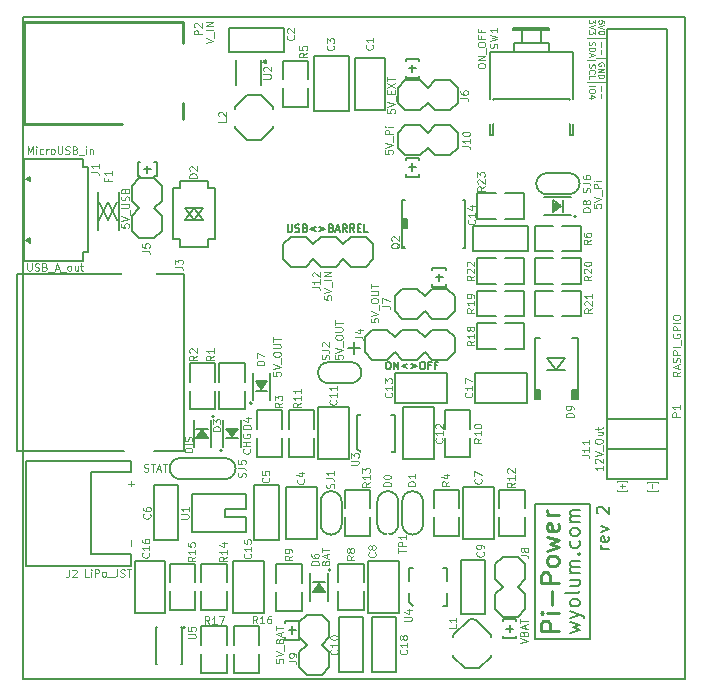
<source format=gto>
G04 (created by PCBNEW (2013-07-07 BZR 4022)-stable) date 08-Nov-13 3:33:42 PM*
%MOIN*%
G04 Gerber Fmt 3.4, Leading zero omitted, Abs format*
%FSLAX34Y34*%
G01*
G70*
G90*
G04 APERTURE LIST*
%ADD10C,0.00590551*%
%ADD11C,0.005*%
%ADD12C,0.008*%
%ADD13C,0.00393701*%
%ADD14C,0.00787402*%
%ADD15C,0.00984252*%
%ADD16C,0.006*%
%ADD17C,0.01*%
%ADD18C,0.004*%
%ADD19R,0.0610236X0.0531496*%
%ADD20R,0.0511811X0.0511811*%
%ADD21R,0.059X0.0512*%
%ADD22C,0.07*%
%ADD23C,0.08*%
%ADD24R,0.0533071X0.033622*%
%ADD25R,0.0531496X0.0610236*%
%ADD26R,0.0874016X0.0688976*%
%ADD27R,0.05X0.04*%
%ADD28R,0.0984252X0.0787402*%
%ADD29R,0.0629921X0.0393701*%
%ADD30R,0.1337X0.059*%
%ADD31R,0.1377X0.0392*%
%ADD32C,0.06*%
%ADD33C,0.16*%
%ADD34R,0.16X0.16*%
%ADD35O,0.2X0.13*%
%ADD36R,0.024X0.08*%
%ADD37R,0.0512X0.059*%
%ADD38R,0.054X0.016*%
%ADD39R,0.056X0.063*%
%ADD40R,0.075X0.075*%
%ADD41C,0.075*%
%ADD42O,0.0110236X0.0334646*%
%ADD43O,0.0165354X0.0389764*%
%ADD44R,0.03X0.0646457*%
%ADD45R,0.0323622X0.0323622*%
%ADD46R,0.0276378X0.0111024*%
%ADD47C,0.0591*%
%ADD48C,0.1181*%
%ADD49O,0.0137795X0.0334646*%
%ADD50O,0.0192913X0.0389764*%
%ADD51R,0.03X0.0650394*%
%ADD52R,0.0323622X0.0325591*%
%ADD53R,0.011811X0.0275591*%
%ADD54R,0.0322835X0.0346457*%
%ADD55C,0.3*%
%ADD56R,0.06X0.06*%
%ADD57C,0.24*%
%ADD58R,0.063X0.071*%
%ADD59R,0.106X0.063*%
%ADD60R,0.071X0.063*%
%ADD61R,0.04X0.05*%
%ADD62R,0.0551181X0.0551181*%
%ADD63R,0.011811X0.019685*%
%ADD64R,0.0173228X0.0251968*%
%ADD65R,0.0315748X0.0355118*%
G04 APERTURE END LIST*
G54D10*
G54D11*
X44928Y-14291D02*
X44928Y-14493D01*
X44940Y-14517D01*
X44952Y-14529D01*
X44976Y-14541D01*
X45023Y-14541D01*
X45047Y-14529D01*
X45059Y-14517D01*
X45071Y-14493D01*
X45071Y-14291D01*
X45178Y-14529D02*
X45214Y-14541D01*
X45273Y-14541D01*
X45297Y-14529D01*
X45309Y-14517D01*
X45321Y-14493D01*
X45321Y-14469D01*
X45309Y-14445D01*
X45297Y-14434D01*
X45273Y-14422D01*
X45226Y-14410D01*
X45202Y-14398D01*
X45190Y-14386D01*
X45178Y-14362D01*
X45178Y-14338D01*
X45190Y-14315D01*
X45202Y-14303D01*
X45226Y-14291D01*
X45285Y-14291D01*
X45321Y-14303D01*
X45511Y-14410D02*
X45547Y-14422D01*
X45559Y-14434D01*
X45571Y-14457D01*
X45571Y-14493D01*
X45559Y-14517D01*
X45547Y-14529D01*
X45523Y-14541D01*
X45428Y-14541D01*
X45428Y-14291D01*
X45511Y-14291D01*
X45535Y-14303D01*
X45547Y-14315D01*
X45559Y-14338D01*
X45559Y-14362D01*
X45547Y-14386D01*
X45535Y-14398D01*
X45511Y-14410D01*
X45428Y-14410D01*
X45869Y-14374D02*
X45678Y-14445D01*
X45869Y-14517D01*
X45988Y-14374D02*
X46178Y-14445D01*
X45988Y-14517D01*
X46380Y-14410D02*
X46416Y-14422D01*
X46428Y-14434D01*
X46440Y-14457D01*
X46440Y-14493D01*
X46428Y-14517D01*
X46416Y-14529D01*
X46392Y-14541D01*
X46297Y-14541D01*
X46297Y-14291D01*
X46380Y-14291D01*
X46404Y-14303D01*
X46416Y-14315D01*
X46428Y-14338D01*
X46428Y-14362D01*
X46416Y-14386D01*
X46404Y-14398D01*
X46380Y-14410D01*
X46297Y-14410D01*
X46535Y-14469D02*
X46654Y-14469D01*
X46511Y-14541D02*
X46595Y-14291D01*
X46678Y-14541D01*
X46904Y-14541D02*
X46821Y-14422D01*
X46761Y-14541D02*
X46761Y-14291D01*
X46857Y-14291D01*
X46880Y-14303D01*
X46892Y-14315D01*
X46904Y-14338D01*
X46904Y-14374D01*
X46892Y-14398D01*
X46880Y-14410D01*
X46857Y-14422D01*
X46761Y-14422D01*
X47154Y-14541D02*
X47071Y-14422D01*
X47011Y-14541D02*
X47011Y-14291D01*
X47107Y-14291D01*
X47130Y-14303D01*
X47142Y-14315D01*
X47154Y-14338D01*
X47154Y-14374D01*
X47142Y-14398D01*
X47130Y-14410D01*
X47107Y-14422D01*
X47011Y-14422D01*
X47261Y-14410D02*
X47345Y-14410D01*
X47380Y-14541D02*
X47261Y-14541D01*
X47261Y-14291D01*
X47380Y-14291D01*
X47607Y-14541D02*
X47488Y-14541D01*
X47488Y-14291D01*
G54D12*
X55634Y-25104D02*
X55367Y-25104D01*
X55443Y-25104D02*
X55405Y-25085D01*
X55386Y-25066D01*
X55367Y-25028D01*
X55367Y-24990D01*
X55615Y-24704D02*
X55634Y-24742D01*
X55634Y-24818D01*
X55615Y-24857D01*
X55577Y-24876D01*
X55424Y-24876D01*
X55386Y-24857D01*
X55367Y-24818D01*
X55367Y-24742D01*
X55386Y-24704D01*
X55424Y-24685D01*
X55462Y-24685D01*
X55501Y-24876D01*
X55367Y-24552D02*
X55634Y-24457D01*
X55367Y-24361D01*
X55272Y-23923D02*
X55253Y-23904D01*
X55234Y-23866D01*
X55234Y-23771D01*
X55253Y-23733D01*
X55272Y-23714D01*
X55310Y-23695D01*
X55348Y-23695D01*
X55405Y-23714D01*
X55634Y-23942D01*
X55634Y-23695D01*
G54D11*
X48255Y-18866D02*
X48303Y-18866D01*
X48326Y-18878D01*
X48350Y-18902D01*
X48362Y-18950D01*
X48362Y-19033D01*
X48350Y-19081D01*
X48326Y-19105D01*
X48303Y-19116D01*
X48255Y-19116D01*
X48231Y-19105D01*
X48207Y-19081D01*
X48195Y-19033D01*
X48195Y-18950D01*
X48207Y-18902D01*
X48231Y-18878D01*
X48255Y-18866D01*
X48469Y-19116D02*
X48469Y-18866D01*
X48612Y-19116D01*
X48612Y-18866D01*
X48922Y-18950D02*
X48731Y-19021D01*
X48922Y-19093D01*
X49041Y-18950D02*
X49231Y-19021D01*
X49041Y-19093D01*
X49398Y-18866D02*
X49445Y-18866D01*
X49469Y-18878D01*
X49493Y-18902D01*
X49505Y-18950D01*
X49505Y-19033D01*
X49493Y-19081D01*
X49469Y-19105D01*
X49445Y-19116D01*
X49398Y-19116D01*
X49374Y-19105D01*
X49350Y-19081D01*
X49338Y-19033D01*
X49338Y-18950D01*
X49350Y-18902D01*
X49374Y-18878D01*
X49398Y-18866D01*
X49695Y-18985D02*
X49612Y-18985D01*
X49612Y-19116D02*
X49612Y-18866D01*
X49731Y-18866D01*
X49910Y-18985D02*
X49826Y-18985D01*
X49826Y-19116D02*
X49826Y-18866D01*
X49945Y-18866D01*
G54D10*
X36122Y-29429D02*
X58169Y-29429D01*
X36122Y-7381D02*
X58169Y-7381D01*
X36122Y-29429D02*
X36122Y-7381D01*
G54D13*
X56922Y-22901D02*
X56922Y-22864D01*
X57259Y-22864D01*
X57259Y-22901D01*
X57090Y-22961D02*
X57090Y-23081D01*
X56922Y-23141D02*
X56922Y-23179D01*
X57259Y-23179D01*
X57259Y-23141D01*
G54D14*
X55009Y-28100D02*
X55009Y-23612D01*
X53159Y-23612D02*
X53159Y-28100D01*
G54D10*
X40486Y-12228D02*
X40561Y-12228D01*
X40561Y-12678D01*
X40486Y-12678D01*
X40366Y-12453D02*
X40126Y-12453D01*
X40246Y-12333D02*
X40246Y-12573D01*
X40006Y-12228D02*
X39931Y-12228D01*
X39931Y-12678D01*
X40006Y-12678D01*
G54D13*
X55918Y-22891D02*
X55918Y-22854D01*
X56255Y-22854D01*
X56255Y-22891D01*
X56086Y-22951D02*
X56086Y-23071D01*
X55996Y-23011D02*
X56176Y-23011D01*
X55918Y-23131D02*
X55918Y-23169D01*
X56255Y-23169D01*
X56255Y-23131D01*
G54D10*
X49307Y-12621D02*
X49307Y-12696D01*
X48857Y-12696D01*
X48857Y-12621D01*
X49082Y-12501D02*
X49082Y-12261D01*
X49202Y-12381D02*
X48962Y-12381D01*
X49307Y-12141D02*
X49307Y-12066D01*
X48857Y-12066D01*
X48857Y-12141D01*
X49307Y-9334D02*
X49307Y-9409D01*
X48857Y-9409D01*
X48857Y-9334D01*
X49082Y-9214D02*
X49082Y-8974D01*
X49202Y-9094D02*
X48962Y-9094D01*
X49307Y-8854D02*
X49307Y-8779D01*
X48857Y-8779D01*
X48857Y-8854D01*
X50202Y-16293D02*
X50202Y-16368D01*
X49752Y-16368D01*
X49752Y-16293D01*
X49977Y-16173D02*
X49977Y-15933D01*
X50097Y-16053D02*
X49857Y-16053D01*
X50202Y-15813D02*
X50202Y-15738D01*
X49752Y-15738D01*
X49752Y-15813D01*
X44856Y-27574D02*
X44856Y-27500D01*
X45306Y-27500D01*
X45306Y-27574D01*
X45081Y-27694D02*
X45081Y-27934D01*
X44961Y-27814D02*
X45201Y-27814D01*
X44856Y-28054D02*
X44856Y-28129D01*
X45306Y-28129D01*
X45306Y-28054D01*
X52100Y-27525D02*
X52100Y-27450D01*
X52550Y-27450D01*
X52550Y-27525D01*
X52325Y-27645D02*
X52325Y-27885D01*
X52205Y-27765D02*
X52445Y-27765D01*
X52100Y-28005D02*
X52100Y-28080D01*
X52550Y-28080D01*
X52550Y-28005D01*
G54D13*
X55481Y-7589D02*
X55481Y-7495D01*
X55387Y-7486D01*
X55396Y-7495D01*
X55406Y-7514D01*
X55406Y-7561D01*
X55396Y-7580D01*
X55387Y-7589D01*
X55368Y-7598D01*
X55321Y-7598D01*
X55303Y-7589D01*
X55293Y-7580D01*
X55284Y-7561D01*
X55284Y-7514D01*
X55293Y-7495D01*
X55303Y-7486D01*
X55481Y-7655D02*
X55284Y-7720D01*
X55481Y-7786D01*
X55481Y-7889D02*
X55481Y-7908D01*
X55471Y-7926D01*
X55462Y-7936D01*
X55443Y-7945D01*
X55406Y-7955D01*
X55359Y-7955D01*
X55321Y-7945D01*
X55303Y-7936D01*
X55293Y-7926D01*
X55284Y-7908D01*
X55284Y-7889D01*
X55293Y-7870D01*
X55303Y-7861D01*
X55321Y-7851D01*
X55359Y-7842D01*
X55406Y-7842D01*
X55443Y-7851D01*
X55462Y-7861D01*
X55471Y-7870D01*
X55481Y-7889D01*
X55218Y-8086D02*
X55500Y-8086D01*
X55359Y-8226D02*
X55359Y-8376D01*
X55359Y-8470D02*
X55359Y-8620D01*
X55218Y-8761D02*
X55500Y-8761D01*
X55471Y-9004D02*
X55481Y-8986D01*
X55481Y-8958D01*
X55471Y-8929D01*
X55453Y-8911D01*
X55434Y-8901D01*
X55396Y-8892D01*
X55368Y-8892D01*
X55331Y-8901D01*
X55312Y-8911D01*
X55293Y-8929D01*
X55284Y-8958D01*
X55284Y-8976D01*
X55293Y-9004D01*
X55303Y-9014D01*
X55368Y-9014D01*
X55368Y-8976D01*
X55284Y-9098D02*
X55481Y-9098D01*
X55284Y-9211D01*
X55481Y-9211D01*
X55284Y-9304D02*
X55481Y-9304D01*
X55481Y-9351D01*
X55471Y-9379D01*
X55453Y-9398D01*
X55434Y-9408D01*
X55396Y-9417D01*
X55368Y-9417D01*
X55331Y-9408D01*
X55312Y-9398D01*
X55293Y-9379D01*
X55284Y-9351D01*
X55284Y-9304D01*
X55218Y-9548D02*
X55500Y-9548D01*
X55359Y-9689D02*
X55359Y-9839D01*
X55359Y-9932D02*
X55359Y-10082D01*
X55166Y-7472D02*
X55166Y-7594D01*
X55091Y-7528D01*
X55091Y-7556D01*
X55082Y-7575D01*
X55072Y-7584D01*
X55053Y-7594D01*
X55007Y-7594D01*
X54988Y-7584D01*
X54978Y-7575D01*
X54969Y-7556D01*
X54969Y-7500D01*
X54978Y-7481D01*
X54988Y-7472D01*
X55166Y-7650D02*
X54969Y-7716D01*
X55166Y-7781D01*
X55166Y-7828D02*
X55166Y-7950D01*
X55091Y-7884D01*
X55091Y-7912D01*
X55082Y-7931D01*
X55072Y-7941D01*
X55053Y-7950D01*
X55007Y-7950D01*
X54988Y-7941D01*
X54978Y-7931D01*
X54969Y-7912D01*
X54969Y-7856D01*
X54978Y-7837D01*
X54988Y-7828D01*
X54903Y-8081D02*
X55185Y-8081D01*
X54978Y-8212D02*
X54969Y-8241D01*
X54969Y-8287D01*
X54978Y-8306D01*
X54988Y-8315D01*
X55007Y-8325D01*
X55025Y-8325D01*
X55044Y-8315D01*
X55053Y-8306D01*
X55063Y-8287D01*
X55072Y-8250D01*
X55082Y-8231D01*
X55091Y-8222D01*
X55110Y-8212D01*
X55128Y-8212D01*
X55147Y-8222D01*
X55157Y-8231D01*
X55166Y-8250D01*
X55166Y-8297D01*
X55157Y-8325D01*
X54969Y-8409D02*
X55166Y-8409D01*
X55166Y-8456D01*
X55157Y-8484D01*
X55138Y-8503D01*
X55119Y-8512D01*
X55082Y-8522D01*
X55053Y-8522D01*
X55016Y-8512D01*
X54997Y-8503D01*
X54978Y-8484D01*
X54969Y-8456D01*
X54969Y-8409D01*
X55025Y-8597D02*
X55025Y-8690D01*
X54969Y-8578D02*
X55166Y-8644D01*
X54969Y-8709D01*
X54903Y-8822D02*
X55185Y-8822D01*
X54978Y-8953D02*
X54969Y-8981D01*
X54969Y-9028D01*
X54978Y-9047D01*
X54988Y-9056D01*
X55007Y-9065D01*
X55025Y-9065D01*
X55044Y-9056D01*
X55053Y-9047D01*
X55063Y-9028D01*
X55072Y-8990D01*
X55082Y-8972D01*
X55091Y-8962D01*
X55110Y-8953D01*
X55128Y-8953D01*
X55147Y-8962D01*
X55157Y-8972D01*
X55166Y-8990D01*
X55166Y-9037D01*
X55157Y-9065D01*
X54988Y-9262D02*
X54978Y-9253D01*
X54969Y-9225D01*
X54969Y-9206D01*
X54978Y-9178D01*
X54997Y-9159D01*
X55016Y-9150D01*
X55053Y-9140D01*
X55082Y-9140D01*
X55119Y-9150D01*
X55138Y-9159D01*
X55157Y-9178D01*
X55166Y-9206D01*
X55166Y-9225D01*
X55157Y-9253D01*
X55147Y-9262D01*
X54969Y-9440D02*
X54969Y-9347D01*
X55166Y-9347D01*
X54903Y-9553D02*
X55185Y-9553D01*
X54969Y-9693D02*
X55166Y-9693D01*
X55166Y-9825D02*
X55166Y-9862D01*
X55157Y-9881D01*
X55138Y-9900D01*
X55100Y-9909D01*
X55035Y-9909D01*
X54997Y-9900D01*
X54978Y-9881D01*
X54969Y-9862D01*
X54969Y-9825D01*
X54978Y-9806D01*
X54997Y-9787D01*
X55035Y-9778D01*
X55100Y-9778D01*
X55138Y-9787D01*
X55157Y-9806D01*
X55166Y-9825D01*
X55100Y-10078D02*
X54969Y-10078D01*
X55175Y-10031D02*
X55035Y-9984D01*
X55035Y-10106D01*
G54D14*
X55009Y-28100D02*
X53159Y-28100D01*
X53159Y-23612D02*
X55009Y-23612D01*
G54D15*
X53959Y-27834D02*
X53368Y-27834D01*
X53368Y-27609D01*
X53397Y-27553D01*
X53425Y-27525D01*
X53481Y-27497D01*
X53565Y-27497D01*
X53622Y-27525D01*
X53650Y-27553D01*
X53678Y-27609D01*
X53678Y-27834D01*
X53959Y-27244D02*
X53565Y-27244D01*
X53368Y-27244D02*
X53397Y-27272D01*
X53425Y-27244D01*
X53397Y-27215D01*
X53368Y-27244D01*
X53425Y-27244D01*
X53734Y-26962D02*
X53734Y-26512D01*
X53959Y-26231D02*
X53368Y-26231D01*
X53368Y-26006D01*
X53397Y-25950D01*
X53425Y-25922D01*
X53481Y-25894D01*
X53565Y-25894D01*
X53622Y-25922D01*
X53650Y-25950D01*
X53678Y-26006D01*
X53678Y-26231D01*
X53959Y-25556D02*
X53931Y-25613D01*
X53903Y-25641D01*
X53847Y-25669D01*
X53678Y-25669D01*
X53622Y-25641D01*
X53593Y-25613D01*
X53565Y-25556D01*
X53565Y-25472D01*
X53593Y-25416D01*
X53622Y-25388D01*
X53678Y-25359D01*
X53847Y-25359D01*
X53903Y-25388D01*
X53931Y-25416D01*
X53959Y-25472D01*
X53959Y-25556D01*
X53565Y-25163D02*
X53959Y-25050D01*
X53678Y-24938D01*
X53959Y-24825D01*
X53565Y-24713D01*
X53931Y-24263D02*
X53959Y-24319D01*
X53959Y-24431D01*
X53931Y-24488D01*
X53875Y-24516D01*
X53650Y-24516D01*
X53593Y-24488D01*
X53565Y-24431D01*
X53565Y-24319D01*
X53593Y-24263D01*
X53650Y-24235D01*
X53706Y-24235D01*
X53762Y-24516D01*
X53959Y-23982D02*
X53565Y-23982D01*
X53678Y-23982D02*
X53622Y-23953D01*
X53593Y-23925D01*
X53565Y-23869D01*
X53565Y-23813D01*
G54D14*
X54344Y-27906D02*
X54659Y-27816D01*
X54434Y-27726D01*
X54659Y-27636D01*
X54344Y-27546D01*
X54344Y-27411D02*
X54659Y-27298D01*
X54344Y-27186D02*
X54659Y-27298D01*
X54772Y-27343D01*
X54794Y-27366D01*
X54817Y-27411D01*
X54659Y-26938D02*
X54637Y-26983D01*
X54614Y-27006D01*
X54569Y-27028D01*
X54434Y-27028D01*
X54389Y-27006D01*
X54367Y-26983D01*
X54344Y-26938D01*
X54344Y-26871D01*
X54367Y-26826D01*
X54389Y-26803D01*
X54434Y-26781D01*
X54569Y-26781D01*
X54614Y-26803D01*
X54637Y-26826D01*
X54659Y-26871D01*
X54659Y-26938D01*
X54659Y-26511D02*
X54637Y-26556D01*
X54592Y-26579D01*
X54187Y-26579D01*
X54344Y-26129D02*
X54659Y-26129D01*
X54344Y-26331D02*
X54592Y-26331D01*
X54637Y-26309D01*
X54659Y-26264D01*
X54659Y-26196D01*
X54637Y-26151D01*
X54614Y-26129D01*
X54659Y-25904D02*
X54344Y-25904D01*
X54389Y-25904D02*
X54367Y-25881D01*
X54344Y-25836D01*
X54344Y-25769D01*
X54367Y-25724D01*
X54412Y-25701D01*
X54659Y-25701D01*
X54412Y-25701D02*
X54367Y-25679D01*
X54344Y-25634D01*
X54344Y-25566D01*
X54367Y-25521D01*
X54412Y-25499D01*
X54659Y-25499D01*
X54614Y-25274D02*
X54637Y-25251D01*
X54659Y-25274D01*
X54637Y-25296D01*
X54614Y-25274D01*
X54659Y-25274D01*
X54637Y-24846D02*
X54659Y-24891D01*
X54659Y-24981D01*
X54637Y-25026D01*
X54614Y-25049D01*
X54569Y-25071D01*
X54434Y-25071D01*
X54389Y-25049D01*
X54367Y-25026D01*
X54344Y-24981D01*
X54344Y-24891D01*
X54367Y-24846D01*
X54659Y-24576D02*
X54637Y-24621D01*
X54614Y-24644D01*
X54569Y-24666D01*
X54434Y-24666D01*
X54389Y-24644D01*
X54367Y-24621D01*
X54344Y-24576D01*
X54344Y-24509D01*
X54367Y-24464D01*
X54389Y-24441D01*
X54434Y-24419D01*
X54569Y-24419D01*
X54614Y-24441D01*
X54637Y-24464D01*
X54659Y-24509D01*
X54659Y-24576D01*
X54659Y-24216D02*
X54344Y-24216D01*
X54389Y-24216D02*
X54367Y-24194D01*
X54344Y-24149D01*
X54344Y-24081D01*
X54367Y-24036D01*
X54412Y-24014D01*
X54659Y-24014D01*
X54412Y-24014D02*
X54367Y-23991D01*
X54344Y-23946D01*
X54344Y-23879D01*
X54367Y-23834D01*
X54412Y-23811D01*
X54659Y-23811D01*
G54D10*
X58169Y-7381D02*
X58169Y-29429D01*
X47165Y-10472D02*
X47165Y-8740D01*
X47165Y-8740D02*
X48188Y-8740D01*
X48188Y-8740D02*
X48188Y-10472D01*
X48188Y-10472D02*
X47165Y-10472D01*
X51811Y-23041D02*
X51811Y-24773D01*
X51811Y-24773D02*
X50787Y-24773D01*
X50787Y-24773D02*
X50787Y-23041D01*
X50787Y-23041D02*
X51811Y-23041D01*
X47618Y-27244D02*
X47618Y-25511D01*
X47618Y-25511D02*
X48641Y-25511D01*
X48641Y-25511D02*
X48641Y-27244D01*
X48641Y-27244D02*
X47618Y-27244D01*
X51712Y-28700D02*
X51318Y-29094D01*
X50452Y-28700D02*
X50846Y-29094D01*
X50964Y-27480D02*
X50452Y-27992D01*
X51712Y-27992D02*
X51200Y-27480D01*
X51712Y-27992D02*
X51712Y-28051D01*
X50452Y-27992D02*
X50452Y-28051D01*
X50452Y-28700D02*
X50452Y-28641D01*
X51712Y-28700D02*
X51712Y-28641D01*
X51200Y-27480D02*
G75*
G03X50964Y-27480I-118J-118D01*
G74*
G01*
X51318Y-29094D02*
X50846Y-29094D01*
G54D16*
X43495Y-19535D02*
X43495Y-18910D01*
X43495Y-18910D02*
X42645Y-18910D01*
X42645Y-18910D02*
X42645Y-19535D01*
X42645Y-19835D02*
X42645Y-20435D01*
X42645Y-20435D02*
X42645Y-20460D01*
X42645Y-20460D02*
X43495Y-20460D01*
X43495Y-20460D02*
X43495Y-19835D01*
X41661Y-19835D02*
X41661Y-20460D01*
X41661Y-20460D02*
X42511Y-20460D01*
X42511Y-20460D02*
X42511Y-19835D01*
X42511Y-19535D02*
X42511Y-18935D01*
X42511Y-18935D02*
X42511Y-18910D01*
X42511Y-18910D02*
X41661Y-18910D01*
X41661Y-18910D02*
X41661Y-19535D01*
X44755Y-21109D02*
X44755Y-20484D01*
X44755Y-20484D02*
X43905Y-20484D01*
X43905Y-20484D02*
X43905Y-21109D01*
X43905Y-21409D02*
X43905Y-22009D01*
X43905Y-22009D02*
X43905Y-22034D01*
X43905Y-22034D02*
X44755Y-22034D01*
X44755Y-22034D02*
X44755Y-21409D01*
X50641Y-23757D02*
X50641Y-23132D01*
X50641Y-23132D02*
X49791Y-23132D01*
X49791Y-23132D02*
X49791Y-23757D01*
X49791Y-24057D02*
X49791Y-24657D01*
X49791Y-24657D02*
X49791Y-24682D01*
X49791Y-24682D02*
X50641Y-24682D01*
X50641Y-24682D02*
X50641Y-24057D01*
X45621Y-9456D02*
X45621Y-8831D01*
X45621Y-8831D02*
X44771Y-8831D01*
X44771Y-8831D02*
X44771Y-9456D01*
X44771Y-9756D02*
X44771Y-10356D01*
X44771Y-10356D02*
X44771Y-10381D01*
X44771Y-10381D02*
X45621Y-10381D01*
X45621Y-10381D02*
X45621Y-9756D01*
X46622Y-26527D02*
X46622Y-27152D01*
X46622Y-27152D02*
X47472Y-27152D01*
X47472Y-27152D02*
X47472Y-26527D01*
X47472Y-26227D02*
X47472Y-25627D01*
X47472Y-25627D02*
X47472Y-25602D01*
X47472Y-25602D02*
X46622Y-25602D01*
X46622Y-25602D02*
X46622Y-26227D01*
X44555Y-26547D02*
X44555Y-27172D01*
X44555Y-27172D02*
X45405Y-27172D01*
X45405Y-27172D02*
X45405Y-26547D01*
X45405Y-26247D02*
X45405Y-25647D01*
X45405Y-25647D02*
X45405Y-25622D01*
X45405Y-25622D02*
X44555Y-25622D01*
X44555Y-25622D02*
X44555Y-26247D01*
X50165Y-21409D02*
X50165Y-22034D01*
X50165Y-22034D02*
X51015Y-22034D01*
X51015Y-22034D02*
X51015Y-21409D01*
X51015Y-21109D02*
X51015Y-20509D01*
X51015Y-20509D02*
X51015Y-20484D01*
X51015Y-20484D02*
X50165Y-20484D01*
X50165Y-20484D02*
X50165Y-21109D01*
X44968Y-21409D02*
X44968Y-22034D01*
X44968Y-22034D02*
X45818Y-22034D01*
X45818Y-22034D02*
X45818Y-21409D01*
X45818Y-21109D02*
X45818Y-20509D01*
X45818Y-20509D02*
X45818Y-20484D01*
X45818Y-20484D02*
X44968Y-20484D01*
X44968Y-20484D02*
X44968Y-21109D01*
X51976Y-24057D02*
X51976Y-24682D01*
X51976Y-24682D02*
X52826Y-24682D01*
X52826Y-24682D02*
X52826Y-24057D01*
X52826Y-23757D02*
X52826Y-23157D01*
X52826Y-23157D02*
X52826Y-23132D01*
X52826Y-23132D02*
X51976Y-23132D01*
X51976Y-23132D02*
X51976Y-23757D01*
X46838Y-24057D02*
X46838Y-24682D01*
X46838Y-24682D02*
X47688Y-24682D01*
X47688Y-24682D02*
X47688Y-24057D01*
X47688Y-23757D02*
X47688Y-23157D01*
X47688Y-23157D02*
X47688Y-23132D01*
X47688Y-23132D02*
X46838Y-23132D01*
X46838Y-23132D02*
X46838Y-23757D01*
X42905Y-26227D02*
X42905Y-25602D01*
X42905Y-25602D02*
X42055Y-25602D01*
X42055Y-25602D02*
X42055Y-26227D01*
X42055Y-26527D02*
X42055Y-27127D01*
X42055Y-27127D02*
X42055Y-27152D01*
X42055Y-27152D02*
X42905Y-27152D01*
X42905Y-27152D02*
X42905Y-26527D01*
X46727Y-23532D02*
X46727Y-24282D01*
X46027Y-24282D02*
X46027Y-23532D01*
X46377Y-23182D02*
G75*
G03X46027Y-23532I0J-350D01*
G74*
G01*
X46727Y-23532D02*
G75*
G03X46377Y-23182I-350J0D01*
G74*
G01*
X46377Y-24632D02*
G75*
G03X46727Y-24282I0J350D01*
G74*
G01*
X46027Y-24282D02*
G75*
G03X46377Y-24632I350J0D01*
G74*
G01*
G54D11*
X53651Y-7747D02*
X53651Y-7797D01*
X53651Y-7797D02*
X52451Y-7797D01*
X52451Y-7797D02*
X52451Y-7747D01*
X52451Y-7747D02*
X53651Y-7747D01*
X54431Y-8542D02*
X54431Y-11302D01*
X54431Y-11302D02*
X54331Y-11302D01*
X54331Y-11302D02*
X54331Y-10122D01*
X54331Y-10122D02*
X51771Y-10122D01*
X51771Y-10122D02*
X51771Y-11302D01*
X51771Y-11302D02*
X51671Y-11302D01*
X51671Y-11302D02*
X51671Y-8542D01*
X51671Y-8542D02*
X54431Y-8542D01*
X53371Y-7752D02*
X53371Y-8242D01*
X52731Y-7752D02*
X52731Y-8242D01*
X53641Y-8542D02*
X53641Y-8242D01*
X53641Y-8242D02*
X52461Y-8242D01*
X52461Y-8242D02*
X52461Y-8542D01*
G54D16*
X43547Y-23782D02*
X43547Y-23282D01*
X43547Y-24032D02*
X43547Y-24532D01*
X43547Y-23782D02*
X42847Y-23782D01*
X42847Y-23782D02*
X42847Y-24032D01*
X42847Y-24032D02*
X43547Y-24032D01*
X43547Y-23282D02*
X41747Y-23282D01*
X41747Y-23282D02*
X41747Y-24532D01*
X41747Y-24532D02*
X43547Y-24532D01*
G54D10*
X46968Y-20393D02*
X46968Y-22125D01*
X46968Y-22125D02*
X45944Y-22125D01*
X45944Y-22125D02*
X45944Y-20393D01*
X45944Y-20393D02*
X46968Y-20393D01*
X49803Y-20393D02*
X49803Y-22125D01*
X49803Y-22125D02*
X48779Y-22125D01*
X48779Y-22125D02*
X48779Y-20393D01*
X48779Y-20393D02*
X49803Y-20393D01*
X44881Y-24773D02*
X44881Y-23041D01*
X44881Y-23041D02*
X45905Y-23041D01*
X45905Y-23041D02*
X45905Y-24773D01*
X45905Y-24773D02*
X44881Y-24773D01*
X50255Y-20255D02*
X48523Y-20255D01*
X48523Y-20255D02*
X48523Y-19232D01*
X48523Y-19232D02*
X50255Y-19232D01*
X50255Y-19232D02*
X50255Y-20255D01*
X43110Y-27244D02*
X43110Y-25511D01*
X43110Y-25511D02*
X44133Y-25511D01*
X44133Y-25511D02*
X44133Y-27244D01*
X44133Y-27244D02*
X43110Y-27244D01*
X39832Y-27244D02*
X39832Y-25511D01*
X39832Y-25511D02*
X40856Y-25511D01*
X40856Y-25511D02*
X40856Y-27244D01*
X40856Y-27244D02*
X39832Y-27244D01*
X51161Y-19232D02*
X52893Y-19232D01*
X52893Y-19232D02*
X52893Y-20255D01*
X52893Y-20255D02*
X51161Y-20255D01*
X51161Y-20255D02*
X51161Y-19232D01*
X42273Y-14783D02*
X42273Y-15039D01*
X42273Y-15039D02*
X41328Y-15039D01*
X41328Y-15039D02*
X41328Y-14783D01*
X42273Y-13090D02*
X42273Y-12834D01*
X42273Y-12834D02*
X41328Y-12834D01*
X41328Y-12834D02*
X41328Y-13090D01*
X41092Y-13937D02*
X41092Y-13090D01*
X41092Y-13090D02*
X41328Y-13090D01*
X41092Y-13937D02*
X41092Y-14783D01*
X41092Y-14783D02*
X41328Y-14783D01*
X42509Y-13937D02*
X42509Y-14783D01*
X42509Y-14783D02*
X42273Y-14783D01*
X42509Y-13937D02*
X42509Y-13090D01*
X42509Y-13090D02*
X42273Y-13090D01*
G54D16*
X41801Y-14137D02*
X42101Y-13737D01*
X42101Y-13737D02*
X41501Y-13737D01*
X41501Y-13737D02*
X41801Y-14137D01*
X41801Y-14137D02*
X42101Y-14137D01*
X42101Y-14137D02*
X41801Y-13737D01*
X41801Y-13737D02*
X41501Y-14137D01*
X41501Y-14137D02*
X41801Y-14137D01*
G54D10*
X42145Y-21240D02*
X42027Y-21240D01*
X42185Y-21299D02*
X41988Y-21299D01*
X42224Y-21358D02*
X41968Y-21358D01*
X42283Y-21102D02*
X41889Y-21102D01*
X42086Y-21161D02*
X42283Y-21417D01*
X42283Y-21417D02*
X41889Y-21417D01*
X41889Y-21417D02*
X42086Y-21161D01*
X42480Y-20688D02*
G75*
G03X42480Y-20688I-39J0D01*
G74*
G01*
X41791Y-20807D02*
X41791Y-21712D01*
X42381Y-20807D02*
X42381Y-21712D01*
X43011Y-21279D02*
X43129Y-21279D01*
X42972Y-21220D02*
X43169Y-21220D01*
X42933Y-21161D02*
X43188Y-21161D01*
X42874Y-21417D02*
X43267Y-21417D01*
X43070Y-21358D02*
X42874Y-21102D01*
X42874Y-21102D02*
X43267Y-21102D01*
X43267Y-21102D02*
X43070Y-21358D01*
X42755Y-21830D02*
G75*
G03X42755Y-21830I-39J0D01*
G74*
G01*
X43366Y-21712D02*
X43366Y-20807D01*
X42775Y-21712D02*
X42775Y-20807D01*
X46023Y-26358D02*
X45905Y-26358D01*
X46062Y-26417D02*
X45866Y-26417D01*
X46102Y-26476D02*
X45846Y-26476D01*
X46161Y-26220D02*
X45767Y-26220D01*
X45964Y-26279D02*
X46161Y-26535D01*
X46161Y-26535D02*
X45767Y-26535D01*
X45767Y-26535D02*
X45964Y-26279D01*
X46358Y-25807D02*
G75*
G03X46358Y-25807I-39J0D01*
G74*
G01*
X45669Y-25925D02*
X45669Y-26830D01*
X46259Y-25925D02*
X46259Y-26830D01*
X43996Y-19704D02*
X44114Y-19704D01*
X43956Y-19645D02*
X44153Y-19645D01*
X43917Y-19586D02*
X44173Y-19586D01*
X43858Y-19842D02*
X44251Y-19842D01*
X44055Y-19783D02*
X43858Y-19527D01*
X43858Y-19527D02*
X44251Y-19527D01*
X44251Y-19527D02*
X44055Y-19783D01*
X43740Y-20255D02*
G75*
G03X43740Y-20255I-39J0D01*
G74*
G01*
X44350Y-20137D02*
X44350Y-19232D01*
X43759Y-20137D02*
X43759Y-19232D01*
X53179Y-19803D02*
X53179Y-20098D01*
X53356Y-20098D02*
X53356Y-19803D01*
X53179Y-20098D02*
X53356Y-20098D01*
X53356Y-20039D02*
X53179Y-20039D01*
X53179Y-19980D02*
X53356Y-19980D01*
X53356Y-19921D02*
X53179Y-19921D01*
X53356Y-19862D02*
X53179Y-19862D01*
X54419Y-19803D02*
X54419Y-20098D01*
X54596Y-19803D02*
X54596Y-20098D01*
X54596Y-20098D02*
X54419Y-20098D01*
X54419Y-20039D02*
X54596Y-20039D01*
X54596Y-19980D02*
X54419Y-19980D01*
X54419Y-19921D02*
X54596Y-19921D01*
X54596Y-19862D02*
X54419Y-19862D01*
X53179Y-18070D02*
X53356Y-18070D01*
X53179Y-19803D02*
X53356Y-19803D01*
X54596Y-19803D02*
X54419Y-19803D01*
X54596Y-18070D02*
X54419Y-18070D01*
X53179Y-18070D02*
X53179Y-19803D01*
X54596Y-18070D02*
X54596Y-19803D01*
G54D16*
X53887Y-19137D02*
X54187Y-18737D01*
X54187Y-18737D02*
X53587Y-18737D01*
X53587Y-18737D02*
X53887Y-19137D01*
X53887Y-19137D02*
X54187Y-19137D01*
X53587Y-19137D02*
X53887Y-19137D01*
G54D10*
X39311Y-13208D02*
X39311Y-14468D01*
X38602Y-14468D02*
X38602Y-13208D01*
G54D16*
X38656Y-13538D02*
X38956Y-14138D01*
X38956Y-14138D02*
X39256Y-13538D01*
X38956Y-13538D02*
X39256Y-14138D01*
X38956Y-13538D02*
X38656Y-14138D01*
X36198Y-25667D02*
X39723Y-25667D01*
X36198Y-23917D02*
X36198Y-22167D01*
X36198Y-22167D02*
X39723Y-22167D01*
X39723Y-22167D02*
X39723Y-22542D01*
X39723Y-22542D02*
X38373Y-22542D01*
X38373Y-22542D02*
X38373Y-25292D01*
X38373Y-25292D02*
X39723Y-25292D01*
X39723Y-25292D02*
X39723Y-25667D01*
X36198Y-25667D02*
X36198Y-23917D01*
X50496Y-18057D02*
X50496Y-18557D01*
X47496Y-18057D02*
X47496Y-18557D01*
X48246Y-18807D02*
X47746Y-18807D01*
X49246Y-18807D02*
X48746Y-18807D01*
X50246Y-18807D02*
X49746Y-18807D01*
X49746Y-17807D02*
X50246Y-17807D01*
X48746Y-17807D02*
X49246Y-17807D01*
X47746Y-17807D02*
X48246Y-17807D01*
X50246Y-17807D02*
X50496Y-18057D01*
X49246Y-17807D02*
X49496Y-18057D01*
X49496Y-18057D02*
X49746Y-17807D01*
X48246Y-17807D02*
X48496Y-18057D01*
X48496Y-18057D02*
X48746Y-17807D01*
X47496Y-18057D02*
X47746Y-17807D01*
X47746Y-18807D02*
X47496Y-18557D01*
X48746Y-18807D02*
X48496Y-18557D01*
X48496Y-18557D02*
X48246Y-18807D01*
X49746Y-18807D02*
X49496Y-18557D01*
X49496Y-18557D02*
X49246Y-18807D01*
X50496Y-18557D02*
X50246Y-18807D01*
X50606Y-9740D02*
X50606Y-10240D01*
X48606Y-9740D02*
X48606Y-10240D01*
X49356Y-10490D02*
X48856Y-10490D01*
X50356Y-10490D02*
X49856Y-10490D01*
X49856Y-9490D02*
X50356Y-9490D01*
X48856Y-9490D02*
X49356Y-9490D01*
X50356Y-9490D02*
X50606Y-9740D01*
X49356Y-9490D02*
X49606Y-9740D01*
X49606Y-9740D02*
X49856Y-9490D01*
X48606Y-9740D02*
X48856Y-9490D01*
X48856Y-10490D02*
X48606Y-10240D01*
X49856Y-10490D02*
X49606Y-10240D01*
X49606Y-10240D02*
X49356Y-10490D01*
X50606Y-10240D02*
X50356Y-10490D01*
X48496Y-17179D02*
X48496Y-16679D01*
X50496Y-17179D02*
X50496Y-16679D01*
X49746Y-16429D02*
X50246Y-16429D01*
X48746Y-16429D02*
X49246Y-16429D01*
X49246Y-17429D02*
X48746Y-17429D01*
X50246Y-17429D02*
X49746Y-17429D01*
X48746Y-17429D02*
X48496Y-17179D01*
X49746Y-17429D02*
X49496Y-17179D01*
X49496Y-17179D02*
X49246Y-17429D01*
X50496Y-17179D02*
X50246Y-17429D01*
X50246Y-16429D02*
X50496Y-16679D01*
X49246Y-16429D02*
X49496Y-16679D01*
X49496Y-16679D02*
X49746Y-16429D01*
X48496Y-16679D02*
X48746Y-16429D01*
X52092Y-25377D02*
X52592Y-25377D01*
X52092Y-27377D02*
X52592Y-27377D01*
X52842Y-26627D02*
X52842Y-27127D01*
X52842Y-25627D02*
X52842Y-26127D01*
X51842Y-26127D02*
X51842Y-25627D01*
X51842Y-27127D02*
X51842Y-26627D01*
X51842Y-25627D02*
X52092Y-25377D01*
X51842Y-26627D02*
X52092Y-26377D01*
X52092Y-26377D02*
X51842Y-26127D01*
X52092Y-27377D02*
X51842Y-27127D01*
X52842Y-27127D02*
X52592Y-27377D01*
X52842Y-26127D02*
X52592Y-26377D01*
X52592Y-26377D02*
X52842Y-26627D01*
X52592Y-25377D02*
X52842Y-25627D01*
X46057Y-29307D02*
X45557Y-29307D01*
X46057Y-27307D02*
X45557Y-27307D01*
X45307Y-28057D02*
X45307Y-27557D01*
X45307Y-29057D02*
X45307Y-28557D01*
X46307Y-28557D02*
X46307Y-29057D01*
X46307Y-27557D02*
X46307Y-28057D01*
X46307Y-29057D02*
X46057Y-29307D01*
X46307Y-28057D02*
X46057Y-28307D01*
X46057Y-28307D02*
X46307Y-28557D01*
X46057Y-27307D02*
X46307Y-27557D01*
X45307Y-27557D02*
X45557Y-27307D01*
X45307Y-28557D02*
X45557Y-28307D01*
X45557Y-28307D02*
X45307Y-28057D01*
X45557Y-29307D02*
X45307Y-29057D01*
X50606Y-11236D02*
X50606Y-11736D01*
X48606Y-11236D02*
X48606Y-11736D01*
X49356Y-11986D02*
X48856Y-11986D01*
X50356Y-11986D02*
X49856Y-11986D01*
X49856Y-10986D02*
X50356Y-10986D01*
X48856Y-10986D02*
X49356Y-10986D01*
X50356Y-10986D02*
X50606Y-11236D01*
X49356Y-10986D02*
X49606Y-11236D01*
X49606Y-11236D02*
X49856Y-10986D01*
X48606Y-11236D02*
X48856Y-10986D01*
X48856Y-11986D02*
X48606Y-11736D01*
X49856Y-11986D02*
X49606Y-11736D01*
X49606Y-11736D02*
X49356Y-11986D01*
X50606Y-11736D02*
X50356Y-11986D01*
G54D17*
X37642Y-10951D02*
X39412Y-10951D01*
X36142Y-10951D02*
X37642Y-10951D01*
X41442Y-10781D02*
X41442Y-10261D01*
X41442Y-7551D02*
X41442Y-8241D01*
X36442Y-7551D02*
X36142Y-7551D01*
X36142Y-7551D02*
X36142Y-10951D01*
X36442Y-7551D02*
X41442Y-7551D01*
G54D16*
X48828Y-15071D02*
X48753Y-14996D01*
X48853Y-14121D02*
X48853Y-14421D01*
X48803Y-14121D02*
X48803Y-14421D01*
X48753Y-14121D02*
X48903Y-14121D01*
X48903Y-14121D02*
X48903Y-14421D01*
X48903Y-14421D02*
X48753Y-14421D01*
X50778Y-15071D02*
X50853Y-15071D01*
X50853Y-15071D02*
X50853Y-13471D01*
X50853Y-13471D02*
X50778Y-13471D01*
X48828Y-13471D02*
X48753Y-13471D01*
X48753Y-13471D02*
X48753Y-15071D01*
X48753Y-15071D02*
X48828Y-15071D01*
X41842Y-26227D02*
X41842Y-25602D01*
X41842Y-25602D02*
X40992Y-25602D01*
X40992Y-25602D02*
X40992Y-26227D01*
X40992Y-26527D02*
X40992Y-27127D01*
X40992Y-27127D02*
X40992Y-27152D01*
X40992Y-27152D02*
X41842Y-27152D01*
X41842Y-27152D02*
X41842Y-26527D01*
X43137Y-28614D02*
X43137Y-29239D01*
X43137Y-29239D02*
X43987Y-29239D01*
X43987Y-29239D02*
X43987Y-28614D01*
X43987Y-28314D02*
X43987Y-27714D01*
X43987Y-27714D02*
X43987Y-27689D01*
X43987Y-27689D02*
X43137Y-27689D01*
X43137Y-27689D02*
X43137Y-28314D01*
X42055Y-28614D02*
X42055Y-29239D01*
X42055Y-29239D02*
X42905Y-29239D01*
X42905Y-29239D02*
X42905Y-28614D01*
X42905Y-28314D02*
X42905Y-27714D01*
X42905Y-27714D02*
X42905Y-27689D01*
X42905Y-27689D02*
X42055Y-27689D01*
X42055Y-27689D02*
X42055Y-28314D01*
X51877Y-17586D02*
X51252Y-17586D01*
X51252Y-17586D02*
X51252Y-18436D01*
X51252Y-18436D02*
X51877Y-18436D01*
X52177Y-18436D02*
X52777Y-18436D01*
X52777Y-18436D02*
X52802Y-18436D01*
X52802Y-18436D02*
X52802Y-17586D01*
X52802Y-17586D02*
X52177Y-17586D01*
X51877Y-16504D02*
X51252Y-16504D01*
X51252Y-16504D02*
X51252Y-17354D01*
X51252Y-17354D02*
X51877Y-17354D01*
X52177Y-17354D02*
X52777Y-17354D01*
X52777Y-17354D02*
X52802Y-17354D01*
X52802Y-17354D02*
X52802Y-16504D01*
X52802Y-16504D02*
X52177Y-16504D01*
X54087Y-16271D02*
X54712Y-16271D01*
X54712Y-16271D02*
X54712Y-15421D01*
X54712Y-15421D02*
X54087Y-15421D01*
X53787Y-15421D02*
X53187Y-15421D01*
X53187Y-15421D02*
X53162Y-15421D01*
X53162Y-15421D02*
X53162Y-16271D01*
X53162Y-16271D02*
X53787Y-16271D01*
X53787Y-16504D02*
X53162Y-16504D01*
X53162Y-16504D02*
X53162Y-17354D01*
X53162Y-17354D02*
X53787Y-17354D01*
X54087Y-17354D02*
X54687Y-17354D01*
X54687Y-17354D02*
X54712Y-17354D01*
X54712Y-17354D02*
X54712Y-16504D01*
X54712Y-16504D02*
X54087Y-16504D01*
X52177Y-16271D02*
X52802Y-16271D01*
X52802Y-16271D02*
X52802Y-15421D01*
X52802Y-15421D02*
X52177Y-15421D01*
X51877Y-15421D02*
X51277Y-15421D01*
X51277Y-15421D02*
X51252Y-15421D01*
X51252Y-15421D02*
X51252Y-16271D01*
X51252Y-16271D02*
X51877Y-16271D01*
X47917Y-24282D02*
X47917Y-23532D01*
X48617Y-23532D02*
X48617Y-24282D01*
X48267Y-24632D02*
G75*
G03X48617Y-24282I0J350D01*
G74*
G01*
X47917Y-24282D02*
G75*
G03X48267Y-24632I350J0D01*
G74*
G01*
X48267Y-23182D02*
G75*
G03X47917Y-23532I0J-350D01*
G74*
G01*
X48617Y-23532D02*
G75*
G03X48267Y-23182I-350J0D01*
G74*
G01*
X48744Y-24282D02*
X48744Y-23532D01*
X49444Y-23532D02*
X49444Y-24282D01*
X49094Y-24632D02*
G75*
G03X49444Y-24282I0J350D01*
G74*
G01*
X48744Y-24282D02*
G75*
G03X49094Y-24632I350J0D01*
G74*
G01*
X49094Y-23182D02*
G75*
G03X48744Y-23532I0J-350D01*
G74*
G01*
X49444Y-23532D02*
G75*
G03X49094Y-23182I-350J0D01*
G74*
G01*
X38275Y-13799D02*
X38275Y-15224D01*
X38275Y-15224D02*
X38100Y-15224D01*
X38275Y-12374D02*
X38100Y-12374D01*
X38275Y-13799D02*
X38275Y-12374D01*
X38100Y-12374D02*
X38100Y-12099D01*
X38100Y-12099D02*
X36125Y-12099D01*
X36125Y-12099D02*
X36125Y-13799D01*
X36125Y-13799D02*
X36125Y-15499D01*
X36125Y-15499D02*
X38100Y-15499D01*
X38100Y-15499D02*
X38100Y-15224D01*
X36350Y-14824D02*
X36200Y-14824D01*
X36350Y-12774D02*
X36200Y-12774D01*
X36350Y-12774D02*
X36350Y-12699D01*
X36350Y-12699D02*
X36200Y-12774D01*
X36200Y-12774D02*
X36350Y-12849D01*
X36350Y-12849D02*
X36350Y-12774D01*
X36350Y-14749D02*
X36350Y-14899D01*
X36350Y-14899D02*
X36200Y-14824D01*
X36200Y-14824D02*
X36350Y-14749D01*
G54D10*
X48976Y-26889D02*
X48976Y-26574D01*
X49094Y-27007D02*
X48976Y-26889D01*
X50236Y-25748D02*
X50236Y-26181D01*
X50236Y-25748D02*
X50118Y-25748D01*
X50236Y-27007D02*
X50236Y-26574D01*
X50236Y-27007D02*
X50118Y-27007D01*
X48976Y-25748D02*
X48976Y-26181D01*
X48976Y-25748D02*
X49094Y-25748D01*
G54D11*
X41473Y-21847D02*
X35923Y-21847D01*
X35923Y-15947D02*
X41473Y-15947D01*
X41473Y-21847D02*
X41473Y-15947D01*
X35923Y-21847D02*
X35923Y-15947D01*
G54D10*
X48503Y-21889D02*
X48503Y-20629D01*
X47244Y-21771D02*
X47244Y-20629D01*
X47244Y-21771D02*
X47362Y-21889D01*
X48503Y-20629D02*
X48385Y-20629D01*
X48503Y-21889D02*
X48385Y-21889D01*
X47244Y-20629D02*
X47362Y-20629D01*
X41515Y-27736D02*
G75*
G03X41515Y-27736I-39J0D01*
G74*
G01*
X41496Y-27736D02*
G75*
G03X41496Y-27736I-19J0D01*
G74*
G01*
X41417Y-27736D02*
X41417Y-28956D01*
X41377Y-27696D02*
X41417Y-27736D01*
X40590Y-27696D02*
X40551Y-27696D01*
X40551Y-27696D02*
X40551Y-28956D01*
X40551Y-28956D02*
X40590Y-28956D01*
X41417Y-28956D02*
X41377Y-28956D01*
G54D16*
X40476Y-14750D02*
X39976Y-14750D01*
X40476Y-12750D02*
X39976Y-12750D01*
X39726Y-13500D02*
X39726Y-13000D01*
X39726Y-14500D02*
X39726Y-14000D01*
X40726Y-14000D02*
X40726Y-14500D01*
X40726Y-13000D02*
X40726Y-13500D01*
X40726Y-14500D02*
X40476Y-14750D01*
X40726Y-13500D02*
X40476Y-13750D01*
X40476Y-13750D02*
X40726Y-14000D01*
X40476Y-12750D02*
X40726Y-13000D01*
X39726Y-13000D02*
X39976Y-12750D01*
X39726Y-14000D02*
X39976Y-13750D01*
X39976Y-13750D02*
X39726Y-13500D01*
X39976Y-14750D02*
X39726Y-14500D01*
G54D10*
X47145Y-18205D02*
X47145Y-18605D01*
X46945Y-18405D02*
X47345Y-18405D01*
G54D11*
X55584Y-7771D02*
X55584Y-20771D01*
X57584Y-20771D02*
X57584Y-7771D01*
X57584Y-7771D02*
X55584Y-7771D01*
X55584Y-20771D02*
X57584Y-20771D01*
G54D10*
X44803Y-8553D02*
X44803Y-7746D01*
X44803Y-7746D02*
X42972Y-7746D01*
X42972Y-7746D02*
X42972Y-8553D01*
X42972Y-8553D02*
X44803Y-8553D01*
X46958Y-8690D02*
X45797Y-8690D01*
X45797Y-8690D02*
X45797Y-10521D01*
X45797Y-10521D02*
X46958Y-10521D01*
X46958Y-10521D02*
X46958Y-8690D01*
X44625Y-22992D02*
X43818Y-22992D01*
X43818Y-22992D02*
X43818Y-24822D01*
X43818Y-24822D02*
X44625Y-24822D01*
X44625Y-24822D02*
X44625Y-22992D01*
X40472Y-24822D02*
X41279Y-24822D01*
X41279Y-24822D02*
X41279Y-22992D01*
X41279Y-22992D02*
X40472Y-22992D01*
X40472Y-22992D02*
X40472Y-24822D01*
X51505Y-25462D02*
X50698Y-25462D01*
X50698Y-25462D02*
X50698Y-27293D01*
X50698Y-27293D02*
X51505Y-27293D01*
X51505Y-27293D02*
X51505Y-25462D01*
X46643Y-29222D02*
X47450Y-29222D01*
X47450Y-29222D02*
X47450Y-27391D01*
X47450Y-27391D02*
X46643Y-27391D01*
X46643Y-27391D02*
X46643Y-29222D01*
X51112Y-14360D02*
X51112Y-15167D01*
X51112Y-15167D02*
X52942Y-15167D01*
X52942Y-15167D02*
X52942Y-14360D01*
X52942Y-14360D02*
X51112Y-14360D01*
X47746Y-29222D02*
X48553Y-29222D01*
X48553Y-29222D02*
X48553Y-27391D01*
X48553Y-27391D02*
X47746Y-27391D01*
X47746Y-27391D02*
X47746Y-29222D01*
X53956Y-13740D02*
X53956Y-13622D01*
X53897Y-13779D02*
X53897Y-13582D01*
X53838Y-13818D02*
X53838Y-13562D01*
X54094Y-13877D02*
X54094Y-13484D01*
X54035Y-13681D02*
X53779Y-13877D01*
X53779Y-13877D02*
X53779Y-13484D01*
X53779Y-13484D02*
X54035Y-13681D01*
X54547Y-14035D02*
G75*
G03X54547Y-14035I-39J0D01*
G74*
G01*
X54389Y-13385D02*
X53484Y-13385D01*
X54389Y-13976D02*
X53484Y-13976D01*
G54D16*
X47789Y-14956D02*
X47789Y-15456D01*
X44789Y-14956D02*
X44789Y-15456D01*
X45539Y-15706D02*
X45039Y-15706D01*
X46539Y-15706D02*
X46039Y-15706D01*
X47539Y-15706D02*
X47039Y-15706D01*
X47039Y-14706D02*
X47539Y-14706D01*
X46039Y-14706D02*
X46539Y-14706D01*
X45039Y-14706D02*
X45539Y-14706D01*
X47539Y-14706D02*
X47789Y-14956D01*
X46539Y-14706D02*
X46789Y-14956D01*
X46789Y-14956D02*
X47039Y-14706D01*
X45539Y-14706D02*
X45789Y-14956D01*
X45789Y-14956D02*
X46039Y-14706D01*
X44789Y-14956D02*
X45039Y-14706D01*
X45039Y-15706D02*
X44789Y-15456D01*
X46039Y-15706D02*
X45789Y-15456D01*
X45789Y-15456D02*
X45539Y-15706D01*
X47039Y-15706D02*
X46789Y-15456D01*
X46789Y-15456D02*
X46539Y-15706D01*
X47789Y-15456D02*
X47539Y-15706D01*
X54087Y-15188D02*
X54712Y-15188D01*
X54712Y-15188D02*
X54712Y-14338D01*
X54712Y-14338D02*
X54087Y-14338D01*
X53787Y-14338D02*
X53187Y-14338D01*
X53187Y-14338D02*
X53162Y-14338D01*
X53162Y-14338D02*
X53162Y-15188D01*
X53162Y-15188D02*
X53787Y-15188D01*
X51877Y-13256D02*
X51252Y-13256D01*
X51252Y-13256D02*
X51252Y-14106D01*
X51252Y-14106D02*
X51877Y-14106D01*
X52177Y-14106D02*
X52777Y-14106D01*
X52777Y-14106D02*
X52802Y-14106D01*
X52802Y-14106D02*
X52802Y-13256D01*
X52802Y-13256D02*
X52177Y-13256D01*
X46288Y-18882D02*
X47038Y-18882D01*
X47038Y-19582D02*
X46288Y-19582D01*
X45938Y-19232D02*
G75*
G03X46288Y-19582I350J0D01*
G74*
G01*
X46288Y-18882D02*
G75*
G03X45938Y-19232I0J-350D01*
G74*
G01*
X47388Y-19232D02*
G75*
G03X47038Y-18882I-350J0D01*
G74*
G01*
X47038Y-19582D02*
G75*
G03X47388Y-19232I0J350D01*
G74*
G01*
G54D10*
X41346Y-22781D02*
X42846Y-22781D01*
X41346Y-22081D02*
X42846Y-22081D01*
G54D16*
X43196Y-22431D02*
G75*
G03X42846Y-22081I-350J0D01*
G74*
G01*
X42846Y-22781D02*
G75*
G03X43196Y-22431I0J350D01*
G74*
G01*
X40996Y-22431D02*
G75*
G03X41346Y-22781I350J0D01*
G74*
G01*
X41346Y-22081D02*
G75*
G03X40996Y-22431I0J-350D01*
G74*
G01*
G54D10*
X43572Y-9980D02*
X43179Y-10374D01*
X44045Y-9980D02*
X44438Y-10374D01*
X44045Y-9980D02*
X43572Y-9980D01*
X44438Y-11082D02*
X44045Y-11476D01*
X43179Y-11082D02*
X43572Y-11476D01*
X44438Y-10374D02*
X44438Y-10433D01*
X43179Y-10374D02*
X43179Y-10433D01*
X43179Y-11082D02*
X43179Y-11023D01*
X44438Y-11082D02*
X44438Y-11023D01*
X44045Y-11476D02*
X43572Y-11476D01*
X44104Y-8868D02*
X44202Y-8917D01*
X44202Y-8917D02*
X44202Y-8818D01*
X44202Y-8818D02*
X44104Y-8868D01*
X44045Y-9655D02*
X44045Y-8828D01*
X43218Y-9655D02*
X43218Y-8828D01*
X57584Y-21771D02*
X57584Y-20771D01*
X57584Y-20771D02*
X55584Y-20771D01*
X55584Y-20771D02*
X55584Y-21771D01*
X55584Y-21771D02*
X55584Y-22771D01*
X55584Y-22771D02*
X57584Y-22771D01*
X57584Y-22771D02*
X57584Y-21771D01*
X56584Y-21771D02*
X57584Y-21771D01*
X56584Y-21771D02*
X55584Y-21771D01*
G54D16*
X53562Y-12583D02*
X54312Y-12583D01*
X54312Y-13283D02*
X53562Y-13283D01*
X53212Y-12933D02*
G75*
G03X53562Y-13283I350J0D01*
G74*
G01*
X53562Y-12583D02*
G75*
G03X53212Y-12933I0J-350D01*
G74*
G01*
X54662Y-12933D02*
G75*
G03X54312Y-12583I-350J0D01*
G74*
G01*
X54312Y-13283D02*
G75*
G03X54662Y-12933I0J350D01*
G74*
G01*
G54D18*
X47754Y-8309D02*
X47766Y-8321D01*
X47778Y-8357D01*
X47778Y-8380D01*
X47766Y-8416D01*
X47742Y-8440D01*
X47718Y-8452D01*
X47671Y-8464D01*
X47635Y-8464D01*
X47587Y-8452D01*
X47564Y-8440D01*
X47540Y-8416D01*
X47528Y-8380D01*
X47528Y-8357D01*
X47540Y-8321D01*
X47552Y-8309D01*
X47778Y-8071D02*
X47778Y-8214D01*
X47778Y-8142D02*
X47528Y-8142D01*
X47564Y-8166D01*
X47587Y-8190D01*
X47599Y-8214D01*
X51376Y-22777D02*
X51388Y-22789D01*
X51400Y-22825D01*
X51400Y-22849D01*
X51388Y-22885D01*
X51364Y-22908D01*
X51340Y-22920D01*
X51293Y-22932D01*
X51257Y-22932D01*
X51209Y-22920D01*
X51186Y-22908D01*
X51162Y-22885D01*
X51150Y-22849D01*
X51150Y-22825D01*
X51162Y-22789D01*
X51174Y-22777D01*
X51150Y-22694D02*
X51150Y-22527D01*
X51400Y-22635D01*
X47843Y-25228D02*
X47855Y-25240D01*
X47866Y-25276D01*
X47866Y-25300D01*
X47855Y-25335D01*
X47831Y-25359D01*
X47807Y-25371D01*
X47759Y-25383D01*
X47724Y-25383D01*
X47676Y-25371D01*
X47652Y-25359D01*
X47628Y-25335D01*
X47616Y-25300D01*
X47616Y-25276D01*
X47628Y-25240D01*
X47640Y-25228D01*
X47724Y-25085D02*
X47712Y-25109D01*
X47700Y-25121D01*
X47676Y-25133D01*
X47664Y-25133D01*
X47640Y-25121D01*
X47628Y-25109D01*
X47616Y-25085D01*
X47616Y-25038D01*
X47628Y-25014D01*
X47640Y-25002D01*
X47664Y-24990D01*
X47676Y-24990D01*
X47700Y-25002D01*
X47712Y-25014D01*
X47724Y-25038D01*
X47724Y-25085D01*
X47735Y-25109D01*
X47747Y-25121D01*
X47771Y-25133D01*
X47819Y-25133D01*
X47843Y-25121D01*
X47855Y-25109D01*
X47866Y-25085D01*
X47866Y-25038D01*
X47855Y-25014D01*
X47843Y-25002D01*
X47819Y-24990D01*
X47771Y-24990D01*
X47747Y-25002D01*
X47735Y-25014D01*
X47724Y-25038D01*
X50544Y-27620D02*
X50544Y-27739D01*
X50294Y-27739D01*
X50544Y-27406D02*
X50544Y-27548D01*
X50544Y-27477D02*
X50294Y-27477D01*
X50329Y-27501D01*
X50353Y-27525D01*
X50365Y-27548D01*
X42473Y-18663D02*
X42354Y-18747D01*
X42473Y-18806D02*
X42223Y-18806D01*
X42223Y-18711D01*
X42235Y-18687D01*
X42247Y-18675D01*
X42270Y-18663D01*
X42306Y-18663D01*
X42330Y-18675D01*
X42342Y-18687D01*
X42354Y-18711D01*
X42354Y-18806D01*
X42473Y-18425D02*
X42473Y-18568D01*
X42473Y-18497D02*
X42223Y-18497D01*
X42258Y-18520D01*
X42282Y-18544D01*
X42294Y-18568D01*
X41902Y-18663D02*
X41783Y-18747D01*
X41902Y-18806D02*
X41652Y-18806D01*
X41652Y-18711D01*
X41664Y-18687D01*
X41676Y-18675D01*
X41699Y-18663D01*
X41735Y-18663D01*
X41759Y-18675D01*
X41771Y-18687D01*
X41783Y-18711D01*
X41783Y-18806D01*
X41676Y-18568D02*
X41664Y-18556D01*
X41652Y-18532D01*
X41652Y-18473D01*
X41664Y-18449D01*
X41676Y-18437D01*
X41699Y-18425D01*
X41723Y-18425D01*
X41759Y-18437D01*
X41902Y-18580D01*
X41902Y-18425D01*
X44746Y-20238D02*
X44627Y-20321D01*
X44746Y-20381D02*
X44496Y-20381D01*
X44496Y-20286D01*
X44508Y-20262D01*
X44520Y-20250D01*
X44544Y-20238D01*
X44580Y-20238D01*
X44604Y-20250D01*
X44615Y-20262D01*
X44627Y-20286D01*
X44627Y-20381D01*
X44496Y-20155D02*
X44496Y-20000D01*
X44592Y-20083D01*
X44592Y-20048D01*
X44604Y-20024D01*
X44615Y-20012D01*
X44639Y-20000D01*
X44699Y-20000D01*
X44723Y-20012D01*
X44734Y-20024D01*
X44746Y-20048D01*
X44746Y-20119D01*
X44734Y-20143D01*
X44723Y-20155D01*
X50317Y-22856D02*
X50198Y-22939D01*
X50317Y-22999D02*
X50067Y-22999D01*
X50067Y-22904D01*
X50079Y-22880D01*
X50091Y-22868D01*
X50115Y-22856D01*
X50151Y-22856D01*
X50174Y-22868D01*
X50186Y-22880D01*
X50198Y-22904D01*
X50198Y-22999D01*
X50151Y-22642D02*
X50317Y-22642D01*
X50055Y-22701D02*
X50234Y-22761D01*
X50234Y-22606D01*
X45573Y-8575D02*
X45454Y-8658D01*
X45573Y-8717D02*
X45323Y-8717D01*
X45323Y-8622D01*
X45335Y-8598D01*
X45347Y-8587D01*
X45371Y-8575D01*
X45406Y-8575D01*
X45430Y-8587D01*
X45442Y-8598D01*
X45454Y-8622D01*
X45454Y-8717D01*
X45323Y-8348D02*
X45323Y-8467D01*
X45442Y-8479D01*
X45430Y-8467D01*
X45418Y-8444D01*
X45418Y-8384D01*
X45430Y-8360D01*
X45442Y-8348D01*
X45466Y-8337D01*
X45526Y-8337D01*
X45549Y-8348D01*
X45561Y-8360D01*
X45573Y-8384D01*
X45573Y-8444D01*
X45561Y-8467D01*
X45549Y-8479D01*
X47148Y-25327D02*
X47029Y-25410D01*
X47148Y-25469D02*
X46898Y-25469D01*
X46898Y-25374D01*
X46910Y-25350D01*
X46922Y-25339D01*
X46946Y-25327D01*
X46981Y-25327D01*
X47005Y-25339D01*
X47017Y-25350D01*
X47029Y-25374D01*
X47029Y-25469D01*
X47005Y-25184D02*
X46993Y-25208D01*
X46981Y-25219D01*
X46957Y-25231D01*
X46946Y-25231D01*
X46922Y-25219D01*
X46910Y-25208D01*
X46898Y-25184D01*
X46898Y-25136D01*
X46910Y-25112D01*
X46922Y-25100D01*
X46946Y-25089D01*
X46957Y-25089D01*
X46981Y-25100D01*
X46993Y-25112D01*
X47005Y-25136D01*
X47005Y-25184D01*
X47017Y-25208D01*
X47029Y-25219D01*
X47053Y-25231D01*
X47100Y-25231D01*
X47124Y-25219D01*
X47136Y-25208D01*
X47148Y-25184D01*
X47148Y-25136D01*
X47136Y-25112D01*
X47124Y-25100D01*
X47100Y-25089D01*
X47053Y-25089D01*
X47029Y-25100D01*
X47017Y-25112D01*
X47005Y-25136D01*
X45081Y-25336D02*
X44962Y-25420D01*
X45081Y-25479D02*
X44831Y-25479D01*
X44831Y-25384D01*
X44843Y-25360D01*
X44855Y-25348D01*
X44879Y-25336D01*
X44914Y-25336D01*
X44938Y-25348D01*
X44950Y-25360D01*
X44962Y-25384D01*
X44962Y-25479D01*
X45081Y-25217D02*
X45081Y-25170D01*
X45069Y-25146D01*
X45057Y-25134D01*
X45021Y-25110D01*
X44974Y-25098D01*
X44879Y-25098D01*
X44855Y-25110D01*
X44843Y-25122D01*
X44831Y-25146D01*
X44831Y-25194D01*
X44843Y-25217D01*
X44855Y-25229D01*
X44879Y-25241D01*
X44938Y-25241D01*
X44962Y-25229D01*
X44974Y-25217D01*
X44986Y-25194D01*
X44986Y-25146D01*
X44974Y-25122D01*
X44962Y-25110D01*
X44938Y-25098D01*
X51390Y-21420D02*
X51271Y-21503D01*
X51390Y-21563D02*
X51140Y-21563D01*
X51140Y-21468D01*
X51152Y-21444D01*
X51164Y-21432D01*
X51188Y-21420D01*
X51223Y-21420D01*
X51247Y-21432D01*
X51259Y-21444D01*
X51271Y-21468D01*
X51271Y-21563D01*
X51390Y-21182D02*
X51390Y-21325D01*
X51390Y-21253D02*
X51140Y-21253D01*
X51176Y-21277D01*
X51200Y-21301D01*
X51211Y-21325D01*
X51140Y-21027D02*
X51140Y-21003D01*
X51152Y-20980D01*
X51164Y-20968D01*
X51188Y-20956D01*
X51235Y-20944D01*
X51295Y-20944D01*
X51342Y-20956D01*
X51366Y-20968D01*
X51378Y-20980D01*
X51390Y-21003D01*
X51390Y-21027D01*
X51378Y-21051D01*
X51366Y-21063D01*
X51342Y-21075D01*
X51295Y-21087D01*
X51235Y-21087D01*
X51188Y-21075D01*
X51164Y-21063D01*
X51152Y-21051D01*
X51140Y-21027D01*
X45357Y-20239D02*
X45238Y-20322D01*
X45357Y-20382D02*
X45107Y-20382D01*
X45107Y-20287D01*
X45119Y-20263D01*
X45130Y-20251D01*
X45154Y-20239D01*
X45190Y-20239D01*
X45214Y-20251D01*
X45226Y-20263D01*
X45238Y-20287D01*
X45238Y-20382D01*
X45357Y-20001D02*
X45357Y-20144D01*
X45357Y-20072D02*
X45107Y-20072D01*
X45142Y-20096D01*
X45166Y-20120D01*
X45178Y-20144D01*
X45357Y-19763D02*
X45357Y-19906D01*
X45357Y-19834D02*
X45107Y-19834D01*
X45142Y-19858D01*
X45166Y-19882D01*
X45178Y-19906D01*
X52492Y-22896D02*
X52373Y-22980D01*
X52492Y-23039D02*
X52242Y-23039D01*
X52242Y-22944D01*
X52254Y-22920D01*
X52266Y-22908D01*
X52290Y-22896D01*
X52326Y-22896D01*
X52350Y-22908D01*
X52361Y-22920D01*
X52373Y-22944D01*
X52373Y-23039D01*
X52492Y-22658D02*
X52492Y-22801D01*
X52492Y-22730D02*
X52242Y-22730D01*
X52278Y-22754D01*
X52302Y-22777D01*
X52314Y-22801D01*
X52266Y-22563D02*
X52254Y-22551D01*
X52242Y-22527D01*
X52242Y-22468D01*
X52254Y-22444D01*
X52266Y-22432D01*
X52290Y-22420D01*
X52314Y-22420D01*
X52350Y-22432D01*
X52492Y-22575D01*
X52492Y-22420D01*
X47670Y-22887D02*
X47551Y-22970D01*
X47670Y-23029D02*
X47420Y-23029D01*
X47420Y-22934D01*
X47431Y-22910D01*
X47443Y-22898D01*
X47467Y-22887D01*
X47503Y-22887D01*
X47527Y-22898D01*
X47539Y-22910D01*
X47551Y-22934D01*
X47551Y-23029D01*
X47670Y-22648D02*
X47670Y-22791D01*
X47670Y-22720D02*
X47420Y-22720D01*
X47455Y-22744D01*
X47479Y-22768D01*
X47491Y-22791D01*
X47420Y-22565D02*
X47420Y-22410D01*
X47515Y-22494D01*
X47515Y-22458D01*
X47527Y-22434D01*
X47539Y-22422D01*
X47562Y-22410D01*
X47622Y-22410D01*
X47646Y-22422D01*
X47658Y-22434D01*
X47670Y-22458D01*
X47670Y-22529D01*
X47658Y-22553D01*
X47646Y-22565D01*
X42906Y-25367D02*
X42787Y-25450D01*
X42906Y-25510D02*
X42656Y-25510D01*
X42656Y-25415D01*
X42668Y-25391D01*
X42680Y-25379D01*
X42703Y-25367D01*
X42739Y-25367D01*
X42763Y-25379D01*
X42775Y-25391D01*
X42787Y-25415D01*
X42787Y-25510D01*
X42906Y-25129D02*
X42906Y-25272D01*
X42906Y-25200D02*
X42656Y-25200D01*
X42692Y-25224D01*
X42715Y-25248D01*
X42727Y-25272D01*
X42739Y-24915D02*
X42906Y-24915D01*
X42644Y-24974D02*
X42822Y-25034D01*
X42822Y-24879D01*
X46457Y-23080D02*
X46469Y-23045D01*
X46469Y-22985D01*
X46457Y-22961D01*
X46445Y-22950D01*
X46421Y-22938D01*
X46397Y-22938D01*
X46374Y-22950D01*
X46362Y-22961D01*
X46350Y-22985D01*
X46338Y-23033D01*
X46326Y-23057D01*
X46314Y-23069D01*
X46290Y-23080D01*
X46266Y-23080D01*
X46243Y-23069D01*
X46231Y-23057D01*
X46219Y-23033D01*
X46219Y-22973D01*
X46231Y-22938D01*
X46219Y-22759D02*
X46397Y-22759D01*
X46433Y-22771D01*
X46457Y-22795D01*
X46469Y-22830D01*
X46469Y-22854D01*
X46469Y-22509D02*
X46469Y-22652D01*
X46469Y-22580D02*
X46219Y-22580D01*
X46255Y-22604D01*
X46278Y-22628D01*
X46290Y-22652D01*
X51910Y-8414D02*
X51922Y-8378D01*
X51922Y-8318D01*
X51910Y-8294D01*
X51898Y-8283D01*
X51874Y-8271D01*
X51850Y-8271D01*
X51826Y-8283D01*
X51814Y-8294D01*
X51803Y-8318D01*
X51791Y-8366D01*
X51779Y-8390D01*
X51767Y-8402D01*
X51743Y-8414D01*
X51719Y-8414D01*
X51695Y-8402D01*
X51683Y-8390D01*
X51672Y-8366D01*
X51672Y-8306D01*
X51683Y-8271D01*
X51672Y-8187D02*
X51922Y-8128D01*
X51743Y-8080D01*
X51922Y-8033D01*
X51672Y-7973D01*
X51922Y-7747D02*
X51922Y-7890D01*
X51922Y-7818D02*
X51672Y-7818D01*
X51707Y-7842D01*
X51731Y-7866D01*
X51743Y-7890D01*
X51268Y-9030D02*
X51268Y-8982D01*
X51280Y-8958D01*
X51304Y-8935D01*
X51351Y-8923D01*
X51435Y-8923D01*
X51482Y-8935D01*
X51506Y-8958D01*
X51518Y-8982D01*
X51518Y-9030D01*
X51506Y-9054D01*
X51482Y-9077D01*
X51435Y-9089D01*
X51351Y-9089D01*
X51304Y-9077D01*
X51280Y-9054D01*
X51268Y-9030D01*
X51518Y-8815D02*
X51268Y-8815D01*
X51518Y-8673D01*
X51268Y-8673D01*
X51542Y-8613D02*
X51542Y-8423D01*
X51268Y-8315D02*
X51268Y-8268D01*
X51280Y-8244D01*
X51304Y-8220D01*
X51351Y-8208D01*
X51435Y-8208D01*
X51482Y-8220D01*
X51506Y-8244D01*
X51518Y-8268D01*
X51518Y-8315D01*
X51506Y-8339D01*
X51482Y-8363D01*
X51435Y-8375D01*
X51351Y-8375D01*
X51304Y-8363D01*
X51280Y-8339D01*
X51268Y-8315D01*
X51387Y-8018D02*
X51387Y-8101D01*
X51518Y-8101D02*
X51268Y-8101D01*
X51268Y-7982D01*
X51387Y-7804D02*
X51387Y-7887D01*
X51518Y-7887D02*
X51268Y-7887D01*
X51268Y-7768D01*
X41376Y-24097D02*
X41579Y-24097D01*
X41602Y-24086D01*
X41614Y-24074D01*
X41626Y-24050D01*
X41626Y-24002D01*
X41614Y-23978D01*
X41602Y-23967D01*
X41579Y-23955D01*
X41376Y-23955D01*
X41626Y-23705D02*
X41626Y-23847D01*
X41626Y-23776D02*
X41376Y-23776D01*
X41412Y-23800D01*
X41436Y-23824D01*
X41448Y-23847D01*
X46543Y-20150D02*
X46555Y-20162D01*
X46567Y-20198D01*
X46567Y-20222D01*
X46555Y-20258D01*
X46532Y-20281D01*
X46508Y-20293D01*
X46460Y-20305D01*
X46424Y-20305D01*
X46377Y-20293D01*
X46353Y-20281D01*
X46329Y-20258D01*
X46317Y-20222D01*
X46317Y-20198D01*
X46329Y-20162D01*
X46341Y-20150D01*
X46567Y-19912D02*
X46567Y-20055D01*
X46567Y-19984D02*
X46317Y-19984D01*
X46353Y-20008D01*
X46377Y-20031D01*
X46389Y-20055D01*
X46567Y-19674D02*
X46567Y-19817D01*
X46567Y-19746D02*
X46317Y-19746D01*
X46353Y-19769D01*
X46377Y-19793D01*
X46389Y-19817D01*
X50077Y-21420D02*
X50089Y-21432D01*
X50101Y-21468D01*
X50101Y-21491D01*
X50089Y-21527D01*
X50065Y-21551D01*
X50041Y-21563D01*
X49994Y-21575D01*
X49958Y-21575D01*
X49910Y-21563D01*
X49886Y-21551D01*
X49863Y-21527D01*
X49851Y-21491D01*
X49851Y-21468D01*
X49863Y-21432D01*
X49875Y-21420D01*
X50101Y-21182D02*
X50101Y-21325D01*
X50101Y-21253D02*
X49851Y-21253D01*
X49886Y-21277D01*
X49910Y-21301D01*
X49922Y-21325D01*
X49875Y-21087D02*
X49863Y-21075D01*
X49851Y-21051D01*
X49851Y-20991D01*
X49863Y-20968D01*
X49875Y-20956D01*
X49898Y-20944D01*
X49922Y-20944D01*
X49958Y-20956D01*
X50101Y-21099D01*
X50101Y-20944D01*
X45461Y-22787D02*
X45473Y-22799D01*
X45485Y-22835D01*
X45485Y-22859D01*
X45473Y-22894D01*
X45449Y-22918D01*
X45425Y-22930D01*
X45377Y-22942D01*
X45342Y-22942D01*
X45294Y-22930D01*
X45270Y-22918D01*
X45246Y-22894D01*
X45235Y-22859D01*
X45235Y-22835D01*
X45246Y-22799D01*
X45258Y-22787D01*
X45318Y-22573D02*
X45485Y-22573D01*
X45223Y-22632D02*
X45401Y-22692D01*
X45401Y-22537D01*
X48384Y-19904D02*
X48396Y-19916D01*
X48408Y-19952D01*
X48408Y-19976D01*
X48396Y-20011D01*
X48372Y-20035D01*
X48348Y-20047D01*
X48301Y-20059D01*
X48265Y-20059D01*
X48217Y-20047D01*
X48193Y-20035D01*
X48170Y-20011D01*
X48158Y-19976D01*
X48158Y-19952D01*
X48170Y-19916D01*
X48182Y-19904D01*
X48408Y-19666D02*
X48408Y-19809D01*
X48408Y-19738D02*
X48158Y-19738D01*
X48193Y-19761D01*
X48217Y-19785D01*
X48229Y-19809D01*
X48158Y-19583D02*
X48158Y-19428D01*
X48253Y-19511D01*
X48253Y-19476D01*
X48265Y-19452D01*
X48277Y-19440D01*
X48301Y-19428D01*
X48360Y-19428D01*
X48384Y-19440D01*
X48396Y-19452D01*
X48408Y-19476D01*
X48408Y-19547D01*
X48396Y-19571D01*
X48384Y-19583D01*
X43689Y-25268D02*
X43701Y-25280D01*
X43713Y-25316D01*
X43713Y-25340D01*
X43701Y-25376D01*
X43677Y-25399D01*
X43653Y-25411D01*
X43606Y-25423D01*
X43570Y-25423D01*
X43522Y-25411D01*
X43499Y-25399D01*
X43475Y-25376D01*
X43463Y-25340D01*
X43463Y-25316D01*
X43475Y-25280D01*
X43487Y-25268D01*
X43713Y-25030D02*
X43713Y-25173D01*
X43713Y-25102D02*
X43463Y-25102D01*
X43499Y-25126D01*
X43522Y-25149D01*
X43534Y-25173D01*
X43463Y-24804D02*
X43463Y-24923D01*
X43582Y-24935D01*
X43570Y-24923D01*
X43558Y-24899D01*
X43558Y-24840D01*
X43570Y-24816D01*
X43582Y-24804D01*
X43606Y-24792D01*
X43665Y-24792D01*
X43689Y-24804D01*
X43701Y-24816D01*
X43713Y-24840D01*
X43713Y-24899D01*
X43701Y-24923D01*
X43689Y-24935D01*
X40293Y-25249D02*
X40305Y-25261D01*
X40317Y-25296D01*
X40317Y-25320D01*
X40305Y-25356D01*
X40282Y-25380D01*
X40258Y-25392D01*
X40210Y-25404D01*
X40174Y-25404D01*
X40127Y-25392D01*
X40103Y-25380D01*
X40079Y-25356D01*
X40067Y-25320D01*
X40067Y-25296D01*
X40079Y-25261D01*
X40091Y-25249D01*
X40317Y-25011D02*
X40317Y-25154D01*
X40317Y-25082D02*
X40067Y-25082D01*
X40103Y-25106D01*
X40127Y-25130D01*
X40139Y-25154D01*
X40067Y-24796D02*
X40067Y-24844D01*
X40079Y-24868D01*
X40091Y-24880D01*
X40127Y-24904D01*
X40174Y-24915D01*
X40270Y-24915D01*
X40293Y-24904D01*
X40305Y-24892D01*
X40317Y-24868D01*
X40317Y-24820D01*
X40305Y-24796D01*
X40293Y-24785D01*
X40270Y-24773D01*
X40210Y-24773D01*
X40186Y-24785D01*
X40174Y-24796D01*
X40162Y-24820D01*
X40162Y-24868D01*
X40174Y-24892D01*
X40186Y-24904D01*
X40210Y-24915D01*
X51061Y-19904D02*
X51073Y-19916D01*
X51085Y-19952D01*
X51085Y-19976D01*
X51073Y-20011D01*
X51049Y-20035D01*
X51025Y-20047D01*
X50978Y-20059D01*
X50942Y-20059D01*
X50894Y-20047D01*
X50871Y-20035D01*
X50847Y-20011D01*
X50835Y-19976D01*
X50835Y-19952D01*
X50847Y-19916D01*
X50859Y-19904D01*
X51085Y-19666D02*
X51085Y-19809D01*
X51085Y-19738D02*
X50835Y-19738D01*
X50871Y-19761D01*
X50894Y-19785D01*
X50906Y-19809D01*
X50835Y-19583D02*
X50835Y-19416D01*
X51085Y-19523D01*
X41902Y-12733D02*
X41652Y-12733D01*
X41652Y-12674D01*
X41664Y-12638D01*
X41688Y-12614D01*
X41711Y-12602D01*
X41759Y-12590D01*
X41795Y-12590D01*
X41842Y-12602D01*
X41866Y-12614D01*
X41890Y-12638D01*
X41902Y-12674D01*
X41902Y-12733D01*
X41676Y-12495D02*
X41664Y-12483D01*
X41652Y-12459D01*
X41652Y-12400D01*
X41664Y-12376D01*
X41676Y-12364D01*
X41699Y-12352D01*
X41723Y-12352D01*
X41759Y-12364D01*
X41902Y-12507D01*
X41902Y-12352D01*
X42689Y-21168D02*
X42439Y-21168D01*
X42439Y-21109D01*
X42451Y-21073D01*
X42475Y-21049D01*
X42499Y-21037D01*
X42546Y-21025D01*
X42582Y-21025D01*
X42630Y-21037D01*
X42654Y-21049D01*
X42677Y-21073D01*
X42689Y-21109D01*
X42689Y-21168D01*
X42439Y-20942D02*
X42439Y-20787D01*
X42535Y-20871D01*
X42535Y-20835D01*
X42546Y-20811D01*
X42558Y-20799D01*
X42582Y-20787D01*
X42642Y-20787D01*
X42665Y-20799D01*
X42677Y-20811D01*
X42689Y-20835D01*
X42689Y-20906D01*
X42677Y-20930D01*
X42665Y-20942D01*
X41744Y-21877D02*
X41494Y-21877D01*
X41494Y-21818D01*
X41506Y-21782D01*
X41530Y-21758D01*
X41554Y-21746D01*
X41602Y-21735D01*
X41637Y-21735D01*
X41685Y-21746D01*
X41709Y-21758D01*
X41732Y-21782D01*
X41744Y-21818D01*
X41744Y-21877D01*
X41744Y-21627D02*
X41494Y-21627D01*
X41732Y-21520D02*
X41744Y-21485D01*
X41744Y-21425D01*
X41732Y-21401D01*
X41721Y-21389D01*
X41697Y-21377D01*
X41673Y-21377D01*
X41649Y-21389D01*
X41637Y-21401D01*
X41625Y-21425D01*
X41613Y-21473D01*
X41602Y-21496D01*
X41590Y-21508D01*
X41566Y-21520D01*
X41542Y-21520D01*
X41518Y-21508D01*
X41506Y-21496D01*
X41494Y-21473D01*
X41494Y-21413D01*
X41506Y-21377D01*
X43693Y-21109D02*
X43443Y-21109D01*
X43443Y-21050D01*
X43455Y-21014D01*
X43479Y-20990D01*
X43503Y-20978D01*
X43550Y-20966D01*
X43586Y-20966D01*
X43634Y-20978D01*
X43657Y-20990D01*
X43681Y-21014D01*
X43693Y-21050D01*
X43693Y-21109D01*
X43527Y-20752D02*
X43693Y-20752D01*
X43431Y-20812D02*
X43610Y-20871D01*
X43610Y-20716D01*
X43660Y-21782D02*
X43671Y-21794D01*
X43683Y-21830D01*
X43683Y-21854D01*
X43671Y-21890D01*
X43648Y-21913D01*
X43624Y-21925D01*
X43576Y-21937D01*
X43541Y-21937D01*
X43493Y-21925D01*
X43469Y-21913D01*
X43445Y-21890D01*
X43433Y-21854D01*
X43433Y-21830D01*
X43445Y-21794D01*
X43457Y-21782D01*
X43683Y-21675D02*
X43433Y-21675D01*
X43552Y-21675D02*
X43552Y-21532D01*
X43683Y-21532D02*
X43433Y-21532D01*
X43445Y-21282D02*
X43433Y-21306D01*
X43433Y-21342D01*
X43445Y-21378D01*
X43469Y-21401D01*
X43493Y-21413D01*
X43541Y-21425D01*
X43576Y-21425D01*
X43624Y-21413D01*
X43648Y-21401D01*
X43671Y-21378D01*
X43683Y-21342D01*
X43683Y-21318D01*
X43671Y-21282D01*
X43660Y-21270D01*
X43576Y-21270D01*
X43576Y-21318D01*
X45967Y-25647D02*
X45717Y-25647D01*
X45717Y-25587D01*
X45729Y-25551D01*
X45753Y-25528D01*
X45776Y-25516D01*
X45824Y-25504D01*
X45860Y-25504D01*
X45907Y-25516D01*
X45931Y-25528D01*
X45955Y-25551D01*
X45967Y-25587D01*
X45967Y-25647D01*
X45717Y-25289D02*
X45717Y-25337D01*
X45729Y-25361D01*
X45741Y-25373D01*
X45776Y-25397D01*
X45824Y-25409D01*
X45919Y-25409D01*
X45943Y-25397D01*
X45955Y-25385D01*
X45967Y-25361D01*
X45967Y-25313D01*
X45955Y-25289D01*
X45943Y-25278D01*
X45919Y-25266D01*
X45860Y-25266D01*
X45836Y-25278D01*
X45824Y-25289D01*
X45812Y-25313D01*
X45812Y-25361D01*
X45824Y-25385D01*
X45836Y-25397D01*
X45860Y-25409D01*
X46190Y-25568D02*
X46202Y-25532D01*
X46214Y-25520D01*
X46238Y-25508D01*
X46274Y-25508D01*
X46297Y-25520D01*
X46309Y-25532D01*
X46321Y-25556D01*
X46321Y-25651D01*
X46071Y-25651D01*
X46071Y-25568D01*
X46083Y-25544D01*
X46095Y-25532D01*
X46119Y-25520D01*
X46143Y-25520D01*
X46166Y-25532D01*
X46178Y-25544D01*
X46190Y-25568D01*
X46190Y-25651D01*
X46250Y-25413D02*
X46250Y-25294D01*
X46321Y-25437D02*
X46071Y-25354D01*
X46321Y-25270D01*
X46071Y-25223D02*
X46071Y-25080D01*
X46321Y-25151D02*
X46071Y-25151D01*
X44156Y-18973D02*
X43906Y-18973D01*
X43906Y-18914D01*
X43918Y-18878D01*
X43942Y-18854D01*
X43965Y-18842D01*
X44013Y-18831D01*
X44049Y-18831D01*
X44096Y-18842D01*
X44120Y-18854D01*
X44144Y-18878D01*
X44156Y-18914D01*
X44156Y-18973D01*
X43906Y-18747D02*
X43906Y-18581D01*
X44156Y-18688D01*
X44447Y-19210D02*
X44447Y-19329D01*
X44566Y-19341D01*
X44554Y-19329D01*
X44542Y-19305D01*
X44542Y-19246D01*
X44554Y-19222D01*
X44566Y-19210D01*
X44590Y-19198D01*
X44650Y-19198D01*
X44673Y-19210D01*
X44685Y-19222D01*
X44697Y-19246D01*
X44697Y-19305D01*
X44685Y-19329D01*
X44673Y-19341D01*
X44447Y-19127D02*
X44697Y-19043D01*
X44447Y-18960D01*
X44721Y-18936D02*
X44721Y-18746D01*
X44447Y-18639D02*
X44447Y-18591D01*
X44459Y-18567D01*
X44483Y-18543D01*
X44530Y-18532D01*
X44614Y-18532D01*
X44661Y-18543D01*
X44685Y-18567D01*
X44697Y-18591D01*
X44697Y-18639D01*
X44685Y-18663D01*
X44661Y-18686D01*
X44614Y-18698D01*
X44530Y-18698D01*
X44483Y-18686D01*
X44459Y-18663D01*
X44447Y-18639D01*
X44447Y-18424D02*
X44650Y-18424D01*
X44673Y-18413D01*
X44685Y-18401D01*
X44697Y-18377D01*
X44697Y-18329D01*
X44685Y-18305D01*
X44673Y-18293D01*
X44650Y-18282D01*
X44447Y-18282D01*
X44447Y-18198D02*
X44447Y-18055D01*
X44697Y-18127D02*
X44447Y-18127D01*
X54461Y-20716D02*
X54211Y-20716D01*
X54211Y-20656D01*
X54223Y-20620D01*
X54247Y-20596D01*
X54270Y-20585D01*
X54318Y-20573D01*
X54354Y-20573D01*
X54401Y-20585D01*
X54425Y-20596D01*
X54449Y-20620D01*
X54461Y-20656D01*
X54461Y-20716D01*
X54461Y-20454D02*
X54461Y-20406D01*
X54449Y-20382D01*
X54437Y-20370D01*
X54401Y-20346D01*
X54354Y-20335D01*
X54259Y-20335D01*
X54235Y-20346D01*
X54223Y-20358D01*
X54211Y-20382D01*
X54211Y-20430D01*
X54223Y-20454D01*
X54235Y-20466D01*
X54259Y-20477D01*
X54318Y-20477D01*
X54342Y-20466D01*
X54354Y-20454D01*
X54366Y-20430D01*
X54366Y-20382D01*
X54354Y-20358D01*
X54342Y-20346D01*
X54318Y-20335D01*
X38933Y-12775D02*
X38933Y-12858D01*
X39064Y-12858D02*
X38814Y-12858D01*
X38814Y-12739D01*
X39064Y-12513D02*
X39064Y-12656D01*
X39064Y-12584D02*
X38814Y-12584D01*
X38849Y-12608D01*
X38873Y-12632D01*
X38885Y-12656D01*
X37643Y-25796D02*
X37643Y-25974D01*
X37631Y-26010D01*
X37607Y-26034D01*
X37571Y-26046D01*
X37547Y-26046D01*
X37750Y-25819D02*
X37762Y-25807D01*
X37785Y-25796D01*
X37845Y-25796D01*
X37869Y-25807D01*
X37881Y-25819D01*
X37893Y-25843D01*
X37893Y-25867D01*
X37881Y-25903D01*
X37738Y-26046D01*
X37893Y-26046D01*
X38302Y-26036D02*
X38183Y-26036D01*
X38183Y-25786D01*
X38385Y-26036D02*
X38385Y-25869D01*
X38385Y-25786D02*
X38373Y-25798D01*
X38385Y-25810D01*
X38397Y-25798D01*
X38385Y-25786D01*
X38385Y-25810D01*
X38504Y-26036D02*
X38504Y-25786D01*
X38599Y-25786D01*
X38623Y-25798D01*
X38635Y-25810D01*
X38647Y-25833D01*
X38647Y-25869D01*
X38635Y-25893D01*
X38623Y-25905D01*
X38599Y-25917D01*
X38504Y-25917D01*
X38790Y-26036D02*
X38766Y-26024D01*
X38754Y-26012D01*
X38742Y-25988D01*
X38742Y-25917D01*
X38754Y-25893D01*
X38766Y-25881D01*
X38790Y-25869D01*
X38825Y-25869D01*
X38849Y-25881D01*
X38861Y-25893D01*
X38873Y-25917D01*
X38873Y-25988D01*
X38861Y-26012D01*
X38849Y-26024D01*
X38825Y-26036D01*
X38790Y-26036D01*
X38921Y-26060D02*
X39111Y-26060D01*
X39242Y-25786D02*
X39242Y-25964D01*
X39230Y-26000D01*
X39206Y-26024D01*
X39171Y-26036D01*
X39147Y-26036D01*
X39349Y-26024D02*
X39385Y-26036D01*
X39445Y-26036D01*
X39468Y-26024D01*
X39480Y-26012D01*
X39492Y-25988D01*
X39492Y-25964D01*
X39480Y-25940D01*
X39468Y-25929D01*
X39445Y-25917D01*
X39397Y-25905D01*
X39373Y-25893D01*
X39361Y-25881D01*
X39349Y-25857D01*
X39349Y-25833D01*
X39361Y-25810D01*
X39373Y-25798D01*
X39397Y-25786D01*
X39456Y-25786D01*
X39492Y-25798D01*
X39564Y-25786D02*
X39706Y-25786D01*
X39635Y-26036D02*
X39635Y-25786D01*
X39700Y-24996D02*
X39700Y-24806D01*
X39700Y-23028D02*
X39700Y-22838D01*
X39795Y-22933D02*
X39605Y-22933D01*
X47183Y-18036D02*
X47362Y-18036D01*
X47398Y-18047D01*
X47421Y-18071D01*
X47433Y-18107D01*
X47433Y-18131D01*
X47267Y-17809D02*
X47433Y-17809D01*
X47171Y-17869D02*
X47350Y-17928D01*
X47350Y-17774D01*
X50687Y-10073D02*
X50866Y-10073D01*
X50902Y-10085D01*
X50925Y-10109D01*
X50937Y-10144D01*
X50937Y-10168D01*
X50687Y-9847D02*
X50687Y-9894D01*
X50699Y-9918D01*
X50711Y-9930D01*
X50747Y-9954D01*
X50794Y-9966D01*
X50890Y-9966D01*
X50913Y-9954D01*
X50925Y-9942D01*
X50937Y-9918D01*
X50937Y-9871D01*
X50925Y-9847D01*
X50913Y-9835D01*
X50890Y-9823D01*
X50830Y-9823D01*
X50806Y-9835D01*
X50794Y-9847D01*
X50783Y-9871D01*
X50783Y-9918D01*
X50794Y-9942D01*
X50806Y-9954D01*
X50830Y-9966D01*
X48256Y-10460D02*
X48256Y-10579D01*
X48375Y-10591D01*
X48363Y-10579D01*
X48351Y-10555D01*
X48351Y-10496D01*
X48363Y-10472D01*
X48375Y-10460D01*
X48399Y-10448D01*
X48459Y-10448D01*
X48482Y-10460D01*
X48494Y-10472D01*
X48506Y-10496D01*
X48506Y-10555D01*
X48494Y-10579D01*
X48482Y-10591D01*
X48256Y-10377D02*
X48506Y-10293D01*
X48256Y-10210D01*
X48530Y-10186D02*
X48530Y-9996D01*
X48375Y-9936D02*
X48375Y-9853D01*
X48506Y-9817D02*
X48506Y-9936D01*
X48256Y-9936D01*
X48256Y-9817D01*
X48256Y-9734D02*
X48506Y-9567D01*
X48256Y-9567D02*
X48506Y-9734D01*
X48256Y-9508D02*
X48256Y-9365D01*
X48506Y-9436D02*
X48256Y-9436D01*
X48087Y-17012D02*
X48265Y-17012D01*
X48301Y-17024D01*
X48325Y-17048D01*
X48337Y-17083D01*
X48337Y-17107D01*
X48087Y-16917D02*
X48087Y-16750D01*
X48337Y-16857D01*
X47705Y-17429D02*
X47705Y-17548D01*
X47824Y-17560D01*
X47812Y-17548D01*
X47800Y-17524D01*
X47800Y-17464D01*
X47812Y-17441D01*
X47824Y-17429D01*
X47848Y-17417D01*
X47907Y-17417D01*
X47931Y-17429D01*
X47943Y-17441D01*
X47955Y-17464D01*
X47955Y-17524D01*
X47943Y-17548D01*
X47931Y-17560D01*
X47705Y-17345D02*
X47955Y-17262D01*
X47705Y-17179D01*
X47979Y-17155D02*
X47979Y-16964D01*
X47705Y-16857D02*
X47705Y-16810D01*
X47717Y-16786D01*
X47741Y-16762D01*
X47788Y-16750D01*
X47872Y-16750D01*
X47919Y-16762D01*
X47943Y-16786D01*
X47955Y-16810D01*
X47955Y-16857D01*
X47943Y-16881D01*
X47919Y-16905D01*
X47872Y-16917D01*
X47788Y-16917D01*
X47741Y-16905D01*
X47717Y-16881D01*
X47705Y-16857D01*
X47705Y-16643D02*
X47907Y-16643D01*
X47931Y-16631D01*
X47943Y-16619D01*
X47955Y-16595D01*
X47955Y-16548D01*
X47943Y-16524D01*
X47931Y-16512D01*
X47907Y-16500D01*
X47705Y-16500D01*
X47705Y-16417D02*
X47705Y-16274D01*
X47955Y-16345D02*
X47705Y-16345D01*
X52705Y-25319D02*
X52884Y-25319D01*
X52919Y-25331D01*
X52943Y-25355D01*
X52955Y-25390D01*
X52955Y-25414D01*
X52812Y-25164D02*
X52800Y-25188D01*
X52788Y-25200D01*
X52765Y-25212D01*
X52753Y-25212D01*
X52729Y-25200D01*
X52717Y-25188D01*
X52705Y-25164D01*
X52705Y-25117D01*
X52717Y-25093D01*
X52729Y-25081D01*
X52753Y-25069D01*
X52765Y-25069D01*
X52788Y-25081D01*
X52800Y-25093D01*
X52812Y-25117D01*
X52812Y-25164D01*
X52824Y-25188D01*
X52836Y-25200D01*
X52860Y-25212D01*
X52907Y-25212D01*
X52931Y-25200D01*
X52943Y-25188D01*
X52955Y-25164D01*
X52955Y-25117D01*
X52943Y-25093D01*
X52931Y-25081D01*
X52907Y-25069D01*
X52860Y-25069D01*
X52836Y-25081D01*
X52824Y-25093D01*
X52812Y-25117D01*
X52675Y-28255D02*
X52925Y-28171D01*
X52675Y-28088D01*
X52795Y-27921D02*
X52806Y-27886D01*
X52818Y-27874D01*
X52842Y-27862D01*
X52878Y-27862D01*
X52902Y-27874D01*
X52914Y-27886D01*
X52925Y-27909D01*
X52925Y-28005D01*
X52675Y-28005D01*
X52675Y-27921D01*
X52687Y-27898D01*
X52699Y-27886D01*
X52723Y-27874D01*
X52747Y-27874D01*
X52771Y-27886D01*
X52783Y-27898D01*
X52795Y-27921D01*
X52795Y-28005D01*
X52854Y-27767D02*
X52854Y-27648D01*
X52925Y-27790D02*
X52675Y-27707D01*
X52925Y-27624D01*
X52675Y-27576D02*
X52675Y-27433D01*
X52925Y-27505D02*
X52675Y-27505D01*
X44969Y-28843D02*
X45147Y-28843D01*
X45183Y-28855D01*
X45207Y-28878D01*
X45219Y-28914D01*
X45219Y-28938D01*
X45219Y-28712D02*
X45219Y-28664D01*
X45207Y-28640D01*
X45195Y-28628D01*
X45159Y-28605D01*
X45112Y-28593D01*
X45016Y-28593D01*
X44993Y-28605D01*
X44981Y-28616D01*
X44969Y-28640D01*
X44969Y-28688D01*
X44981Y-28712D01*
X44993Y-28724D01*
X45016Y-28736D01*
X45076Y-28736D01*
X45100Y-28724D01*
X45112Y-28712D01*
X45124Y-28688D01*
X45124Y-28640D01*
X45112Y-28616D01*
X45100Y-28605D01*
X45076Y-28593D01*
X44536Y-28777D02*
X44536Y-28896D01*
X44655Y-28908D01*
X44643Y-28896D01*
X44631Y-28872D01*
X44631Y-28813D01*
X44643Y-28789D01*
X44655Y-28777D01*
X44679Y-28765D01*
X44738Y-28765D01*
X44762Y-28777D01*
X44774Y-28789D01*
X44786Y-28813D01*
X44786Y-28872D01*
X44774Y-28896D01*
X44762Y-28908D01*
X44536Y-28693D02*
X44786Y-28610D01*
X44536Y-28527D01*
X44810Y-28503D02*
X44810Y-28313D01*
X44655Y-28170D02*
X44667Y-28134D01*
X44679Y-28122D01*
X44702Y-28110D01*
X44738Y-28110D01*
X44762Y-28122D01*
X44774Y-28134D01*
X44786Y-28158D01*
X44786Y-28253D01*
X44536Y-28253D01*
X44536Y-28170D01*
X44548Y-28146D01*
X44560Y-28134D01*
X44583Y-28122D01*
X44607Y-28122D01*
X44631Y-28134D01*
X44643Y-28146D01*
X44655Y-28170D01*
X44655Y-28253D01*
X44714Y-28015D02*
X44714Y-27896D01*
X44786Y-28039D02*
X44536Y-27955D01*
X44786Y-27872D01*
X44536Y-27824D02*
X44536Y-27682D01*
X44786Y-27753D02*
X44536Y-27753D01*
X50756Y-11688D02*
X50935Y-11688D01*
X50970Y-11700D01*
X50994Y-11724D01*
X51006Y-11760D01*
X51006Y-11783D01*
X51006Y-11438D02*
X51006Y-11581D01*
X51006Y-11510D02*
X50756Y-11510D01*
X50792Y-11533D01*
X50816Y-11557D01*
X50828Y-11581D01*
X50756Y-11283D02*
X50756Y-11260D01*
X50768Y-11236D01*
X50780Y-11224D01*
X50804Y-11212D01*
X50851Y-11200D01*
X50911Y-11200D01*
X50959Y-11212D01*
X50982Y-11224D01*
X50994Y-11236D01*
X51006Y-11260D01*
X51006Y-11283D01*
X50994Y-11307D01*
X50982Y-11319D01*
X50959Y-11331D01*
X50911Y-11343D01*
X50851Y-11343D01*
X50804Y-11331D01*
X50780Y-11319D01*
X50768Y-11307D01*
X50756Y-11283D01*
X48177Y-11813D02*
X48177Y-11932D01*
X48297Y-11944D01*
X48285Y-11932D01*
X48273Y-11908D01*
X48273Y-11849D01*
X48285Y-11825D01*
X48297Y-11813D01*
X48320Y-11801D01*
X48380Y-11801D01*
X48404Y-11813D01*
X48416Y-11825D01*
X48427Y-11849D01*
X48427Y-11908D01*
X48416Y-11932D01*
X48404Y-11944D01*
X48177Y-11730D02*
X48427Y-11646D01*
X48177Y-11563D01*
X48451Y-11539D02*
X48451Y-11349D01*
X48427Y-11289D02*
X48177Y-11289D01*
X48177Y-11194D01*
X48189Y-11170D01*
X48201Y-11158D01*
X48225Y-11146D01*
X48261Y-11146D01*
X48285Y-11158D01*
X48297Y-11170D01*
X48308Y-11194D01*
X48308Y-11289D01*
X48427Y-11039D02*
X48261Y-11039D01*
X48177Y-11039D02*
X48189Y-11051D01*
X48201Y-11039D01*
X48189Y-11027D01*
X48177Y-11039D01*
X48201Y-11039D01*
X42059Y-7960D02*
X41809Y-7960D01*
X41809Y-7864D01*
X41821Y-7841D01*
X41833Y-7829D01*
X41857Y-7817D01*
X41893Y-7817D01*
X41916Y-7829D01*
X41928Y-7841D01*
X41940Y-7864D01*
X41940Y-7960D01*
X41833Y-7722D02*
X41821Y-7710D01*
X41809Y-7686D01*
X41809Y-7626D01*
X41821Y-7602D01*
X41833Y-7591D01*
X41857Y-7579D01*
X41881Y-7579D01*
X41916Y-7591D01*
X42059Y-7733D01*
X42059Y-7579D01*
X42203Y-8252D02*
X42453Y-8169D01*
X42203Y-8086D01*
X42477Y-8062D02*
X42477Y-7871D01*
X42453Y-7812D02*
X42203Y-7812D01*
X42453Y-7693D02*
X42203Y-7693D01*
X42453Y-7550D01*
X42203Y-7550D01*
X48658Y-14915D02*
X48646Y-14939D01*
X48622Y-14963D01*
X48587Y-14998D01*
X48575Y-15022D01*
X48575Y-15046D01*
X48634Y-15034D02*
X48622Y-15058D01*
X48598Y-15082D01*
X48551Y-15094D01*
X48467Y-15094D01*
X48420Y-15082D01*
X48396Y-15058D01*
X48384Y-15034D01*
X48384Y-14986D01*
X48396Y-14963D01*
X48420Y-14939D01*
X48467Y-14927D01*
X48551Y-14927D01*
X48598Y-14939D01*
X48622Y-14963D01*
X48634Y-14986D01*
X48634Y-15034D01*
X48408Y-14832D02*
X48396Y-14820D01*
X48384Y-14796D01*
X48384Y-14736D01*
X48396Y-14713D01*
X48408Y-14701D01*
X48432Y-14689D01*
X48456Y-14689D01*
X48491Y-14701D01*
X48634Y-14844D01*
X48634Y-14689D01*
X41843Y-25367D02*
X41724Y-25450D01*
X41843Y-25510D02*
X41593Y-25510D01*
X41593Y-25415D01*
X41605Y-25391D01*
X41617Y-25379D01*
X41640Y-25367D01*
X41676Y-25367D01*
X41700Y-25379D01*
X41712Y-25391D01*
X41724Y-25415D01*
X41724Y-25510D01*
X41843Y-25129D02*
X41843Y-25272D01*
X41843Y-25200D02*
X41593Y-25200D01*
X41629Y-25224D01*
X41652Y-25248D01*
X41664Y-25272D01*
X41593Y-24903D02*
X41593Y-25022D01*
X41712Y-25034D01*
X41700Y-25022D01*
X41688Y-24998D01*
X41688Y-24938D01*
X41700Y-24915D01*
X41712Y-24903D01*
X41736Y-24891D01*
X41795Y-24891D01*
X41819Y-24903D01*
X41831Y-24915D01*
X41843Y-24938D01*
X41843Y-24998D01*
X41831Y-25022D01*
X41819Y-25034D01*
X43914Y-27591D02*
X43830Y-27472D01*
X43771Y-27591D02*
X43771Y-27341D01*
X43866Y-27341D01*
X43890Y-27353D01*
X43902Y-27365D01*
X43914Y-27388D01*
X43914Y-27424D01*
X43902Y-27448D01*
X43890Y-27460D01*
X43866Y-27472D01*
X43771Y-27472D01*
X44152Y-27591D02*
X44009Y-27591D01*
X44080Y-27591D02*
X44080Y-27341D01*
X44056Y-27377D01*
X44033Y-27400D01*
X44009Y-27412D01*
X44366Y-27341D02*
X44318Y-27341D01*
X44295Y-27353D01*
X44283Y-27365D01*
X44259Y-27400D01*
X44247Y-27448D01*
X44247Y-27543D01*
X44259Y-27567D01*
X44271Y-27579D01*
X44295Y-27591D01*
X44342Y-27591D01*
X44366Y-27579D01*
X44378Y-27567D01*
X44390Y-27543D01*
X44390Y-27484D01*
X44378Y-27460D01*
X44366Y-27448D01*
X44342Y-27436D01*
X44295Y-27436D01*
X44271Y-27448D01*
X44259Y-27460D01*
X44247Y-27484D01*
X42319Y-27611D02*
X42236Y-27491D01*
X42176Y-27611D02*
X42176Y-27361D01*
X42271Y-27361D01*
X42295Y-27372D01*
X42307Y-27384D01*
X42319Y-27408D01*
X42319Y-27444D01*
X42307Y-27468D01*
X42295Y-27480D01*
X42271Y-27491D01*
X42176Y-27491D01*
X42557Y-27611D02*
X42414Y-27611D01*
X42486Y-27611D02*
X42486Y-27361D01*
X42462Y-27396D01*
X42438Y-27420D01*
X42414Y-27432D01*
X42641Y-27361D02*
X42807Y-27361D01*
X42700Y-27611D01*
X51154Y-18172D02*
X51035Y-18255D01*
X51154Y-18315D02*
X50904Y-18315D01*
X50904Y-18220D01*
X50916Y-18196D01*
X50928Y-18184D01*
X50951Y-18172D01*
X50987Y-18172D01*
X51011Y-18184D01*
X51023Y-18196D01*
X51035Y-18220D01*
X51035Y-18315D01*
X51154Y-17934D02*
X51154Y-18077D01*
X51154Y-18005D02*
X50904Y-18005D01*
X50940Y-18029D01*
X50963Y-18053D01*
X50975Y-18077D01*
X51011Y-17791D02*
X50999Y-17815D01*
X50987Y-17827D01*
X50963Y-17839D01*
X50951Y-17839D01*
X50928Y-17827D01*
X50916Y-17815D01*
X50904Y-17791D01*
X50904Y-17743D01*
X50916Y-17720D01*
X50928Y-17708D01*
X50951Y-17696D01*
X50963Y-17696D01*
X50987Y-17708D01*
X50999Y-17720D01*
X51011Y-17743D01*
X51011Y-17791D01*
X51023Y-17815D01*
X51035Y-17827D01*
X51059Y-17839D01*
X51106Y-17839D01*
X51130Y-17827D01*
X51142Y-17815D01*
X51154Y-17791D01*
X51154Y-17743D01*
X51142Y-17720D01*
X51130Y-17708D01*
X51106Y-17696D01*
X51059Y-17696D01*
X51035Y-17708D01*
X51023Y-17720D01*
X51011Y-17743D01*
X51144Y-17089D02*
X51025Y-17173D01*
X51144Y-17232D02*
X50894Y-17232D01*
X50894Y-17137D01*
X50906Y-17113D01*
X50918Y-17101D01*
X50942Y-17089D01*
X50977Y-17089D01*
X51001Y-17101D01*
X51013Y-17113D01*
X51025Y-17137D01*
X51025Y-17232D01*
X51144Y-16851D02*
X51144Y-16994D01*
X51144Y-16923D02*
X50894Y-16923D01*
X50930Y-16946D01*
X50954Y-16970D01*
X50965Y-16994D01*
X51144Y-16732D02*
X51144Y-16685D01*
X51132Y-16661D01*
X51120Y-16649D01*
X51084Y-16625D01*
X51037Y-16613D01*
X50942Y-16613D01*
X50918Y-16625D01*
X50906Y-16637D01*
X50894Y-16661D01*
X50894Y-16708D01*
X50906Y-16732D01*
X50918Y-16744D01*
X50942Y-16756D01*
X51001Y-16756D01*
X51025Y-16744D01*
X51037Y-16732D01*
X51049Y-16708D01*
X51049Y-16661D01*
X51037Y-16637D01*
X51025Y-16625D01*
X51001Y-16613D01*
X55051Y-16007D02*
X54932Y-16090D01*
X55051Y-16150D02*
X54801Y-16150D01*
X54801Y-16054D01*
X54813Y-16030D01*
X54825Y-16019D01*
X54849Y-16007D01*
X54885Y-16007D01*
X54909Y-16019D01*
X54921Y-16030D01*
X54932Y-16054D01*
X54932Y-16150D01*
X54825Y-15911D02*
X54813Y-15900D01*
X54801Y-15876D01*
X54801Y-15816D01*
X54813Y-15792D01*
X54825Y-15780D01*
X54849Y-15769D01*
X54873Y-15769D01*
X54909Y-15780D01*
X55051Y-15923D01*
X55051Y-15769D01*
X54801Y-15614D02*
X54801Y-15590D01*
X54813Y-15566D01*
X54825Y-15554D01*
X54849Y-15542D01*
X54897Y-15530D01*
X54956Y-15530D01*
X55004Y-15542D01*
X55028Y-15554D01*
X55040Y-15566D01*
X55051Y-15590D01*
X55051Y-15614D01*
X55040Y-15638D01*
X55028Y-15650D01*
X55004Y-15661D01*
X54956Y-15673D01*
X54897Y-15673D01*
X54849Y-15661D01*
X54825Y-15650D01*
X54813Y-15638D01*
X54801Y-15614D01*
X55071Y-17089D02*
X54952Y-17173D01*
X55071Y-17232D02*
X54821Y-17232D01*
X54821Y-17137D01*
X54833Y-17113D01*
X54845Y-17101D01*
X54869Y-17089D01*
X54904Y-17089D01*
X54928Y-17101D01*
X54940Y-17113D01*
X54952Y-17137D01*
X54952Y-17232D01*
X54845Y-16994D02*
X54833Y-16982D01*
X54821Y-16958D01*
X54821Y-16899D01*
X54833Y-16875D01*
X54845Y-16863D01*
X54869Y-16851D01*
X54893Y-16851D01*
X54928Y-16863D01*
X55071Y-17006D01*
X55071Y-16851D01*
X55071Y-16613D02*
X55071Y-16756D01*
X55071Y-16685D02*
X54821Y-16685D01*
X54857Y-16708D01*
X54881Y-16732D01*
X54893Y-16756D01*
X51144Y-16007D02*
X51025Y-16090D01*
X51144Y-16150D02*
X50894Y-16150D01*
X50894Y-16054D01*
X50906Y-16030D01*
X50918Y-16019D01*
X50942Y-16007D01*
X50977Y-16007D01*
X51001Y-16019D01*
X51013Y-16030D01*
X51025Y-16054D01*
X51025Y-16150D01*
X50918Y-15911D02*
X50906Y-15900D01*
X50894Y-15876D01*
X50894Y-15816D01*
X50906Y-15792D01*
X50918Y-15780D01*
X50942Y-15769D01*
X50965Y-15769D01*
X51001Y-15780D01*
X51144Y-15923D01*
X51144Y-15769D01*
X50918Y-15673D02*
X50906Y-15661D01*
X50894Y-15638D01*
X50894Y-15578D01*
X50906Y-15554D01*
X50918Y-15542D01*
X50942Y-15530D01*
X50965Y-15530D01*
X51001Y-15542D01*
X51144Y-15685D01*
X51144Y-15530D01*
X48368Y-23019D02*
X48118Y-23019D01*
X48118Y-22959D01*
X48130Y-22923D01*
X48154Y-22900D01*
X48178Y-22888D01*
X48226Y-22876D01*
X48261Y-22876D01*
X48309Y-22888D01*
X48333Y-22900D01*
X48357Y-22923D01*
X48368Y-22959D01*
X48368Y-23019D01*
X48118Y-22721D02*
X48118Y-22697D01*
X48130Y-22673D01*
X48142Y-22662D01*
X48166Y-22650D01*
X48214Y-22638D01*
X48273Y-22638D01*
X48321Y-22650D01*
X48345Y-22662D01*
X48357Y-22673D01*
X48368Y-22697D01*
X48368Y-22721D01*
X48357Y-22745D01*
X48345Y-22757D01*
X48321Y-22769D01*
X48273Y-22781D01*
X48214Y-22781D01*
X48166Y-22769D01*
X48142Y-22757D01*
X48130Y-22745D01*
X48118Y-22721D01*
X49185Y-22999D02*
X48935Y-22999D01*
X48935Y-22939D01*
X48947Y-22904D01*
X48971Y-22880D01*
X48995Y-22868D01*
X49042Y-22856D01*
X49078Y-22856D01*
X49126Y-22868D01*
X49150Y-22880D01*
X49173Y-22904D01*
X49185Y-22939D01*
X49185Y-22999D01*
X49185Y-22618D02*
X49185Y-22761D01*
X49185Y-22689D02*
X48935Y-22689D01*
X48971Y-22713D01*
X48995Y-22737D01*
X49007Y-22761D01*
X48620Y-25236D02*
X48620Y-25093D01*
X48870Y-25165D02*
X48620Y-25165D01*
X48870Y-25010D02*
X48620Y-25010D01*
X48620Y-24915D01*
X48632Y-24891D01*
X48644Y-24879D01*
X48668Y-24867D01*
X48704Y-24867D01*
X48728Y-24879D01*
X48739Y-24891D01*
X48751Y-24915D01*
X48751Y-25010D01*
X48870Y-24629D02*
X48870Y-24772D01*
X48870Y-24701D02*
X48620Y-24701D01*
X48656Y-24724D01*
X48680Y-24748D01*
X48692Y-24772D01*
X38374Y-12534D02*
X38553Y-12534D01*
X38589Y-12546D01*
X38612Y-12569D01*
X38624Y-12605D01*
X38624Y-12629D01*
X38624Y-12284D02*
X38624Y-12426D01*
X38624Y-12355D02*
X38374Y-12355D01*
X38410Y-12379D01*
X38434Y-12403D01*
X38446Y-12426D01*
X36269Y-11941D02*
X36269Y-11691D01*
X36352Y-11870D01*
X36435Y-11691D01*
X36435Y-11941D01*
X36554Y-11941D02*
X36554Y-11775D01*
X36554Y-11691D02*
X36542Y-11703D01*
X36554Y-11715D01*
X36566Y-11703D01*
X36554Y-11691D01*
X36554Y-11715D01*
X36780Y-11929D02*
X36757Y-11941D01*
X36709Y-11941D01*
X36685Y-11929D01*
X36673Y-11917D01*
X36661Y-11894D01*
X36661Y-11822D01*
X36673Y-11798D01*
X36685Y-11786D01*
X36709Y-11775D01*
X36757Y-11775D01*
X36780Y-11786D01*
X36888Y-11941D02*
X36888Y-11775D01*
X36888Y-11822D02*
X36899Y-11798D01*
X36911Y-11786D01*
X36935Y-11775D01*
X36959Y-11775D01*
X37078Y-11941D02*
X37054Y-11929D01*
X37042Y-11917D01*
X37030Y-11894D01*
X37030Y-11822D01*
X37042Y-11798D01*
X37054Y-11786D01*
X37078Y-11775D01*
X37114Y-11775D01*
X37138Y-11786D01*
X37149Y-11798D01*
X37161Y-11822D01*
X37161Y-11894D01*
X37149Y-11917D01*
X37138Y-11929D01*
X37114Y-11941D01*
X37078Y-11941D01*
X37269Y-11691D02*
X37269Y-11894D01*
X37280Y-11917D01*
X37292Y-11929D01*
X37316Y-11941D01*
X37364Y-11941D01*
X37388Y-11929D01*
X37399Y-11917D01*
X37411Y-11894D01*
X37411Y-11691D01*
X37519Y-11929D02*
X37554Y-11941D01*
X37614Y-11941D01*
X37638Y-11929D01*
X37649Y-11917D01*
X37661Y-11894D01*
X37661Y-11870D01*
X37649Y-11846D01*
X37638Y-11834D01*
X37614Y-11822D01*
X37566Y-11810D01*
X37542Y-11798D01*
X37530Y-11786D01*
X37519Y-11763D01*
X37519Y-11739D01*
X37530Y-11715D01*
X37542Y-11703D01*
X37566Y-11691D01*
X37626Y-11691D01*
X37661Y-11703D01*
X37852Y-11810D02*
X37888Y-11822D01*
X37899Y-11834D01*
X37911Y-11858D01*
X37911Y-11894D01*
X37899Y-11917D01*
X37888Y-11929D01*
X37864Y-11941D01*
X37769Y-11941D01*
X37769Y-11691D01*
X37852Y-11691D01*
X37876Y-11703D01*
X37888Y-11715D01*
X37899Y-11739D01*
X37899Y-11763D01*
X37888Y-11786D01*
X37876Y-11798D01*
X37852Y-11810D01*
X37769Y-11810D01*
X37959Y-11965D02*
X38149Y-11965D01*
X38209Y-11941D02*
X38209Y-11775D01*
X38209Y-11691D02*
X38197Y-11703D01*
X38209Y-11715D01*
X38221Y-11703D01*
X38209Y-11691D01*
X38209Y-11715D01*
X38328Y-11775D02*
X38328Y-11941D01*
X38328Y-11798D02*
X38340Y-11786D01*
X38364Y-11775D01*
X38399Y-11775D01*
X38423Y-11786D01*
X38435Y-11810D01*
X38435Y-11941D01*
X48817Y-27513D02*
X49020Y-27513D01*
X49043Y-27501D01*
X49055Y-27489D01*
X49067Y-27465D01*
X49067Y-27418D01*
X49055Y-27394D01*
X49043Y-27382D01*
X49020Y-27370D01*
X48817Y-27370D01*
X48901Y-27144D02*
X49067Y-27144D01*
X48805Y-27203D02*
X48984Y-27263D01*
X48984Y-27108D01*
X41179Y-15713D02*
X41358Y-15713D01*
X41394Y-15725D01*
X41418Y-15748D01*
X41429Y-15784D01*
X41429Y-15808D01*
X41179Y-15618D02*
X41179Y-15463D01*
X41275Y-15546D01*
X41275Y-15510D01*
X41287Y-15487D01*
X41298Y-15475D01*
X41322Y-15463D01*
X41382Y-15463D01*
X41406Y-15475D01*
X41418Y-15487D01*
X41429Y-15510D01*
X41429Y-15582D01*
X41418Y-15606D01*
X41406Y-15618D01*
X36254Y-15589D02*
X36254Y-15791D01*
X36266Y-15815D01*
X36278Y-15827D01*
X36302Y-15839D01*
X36349Y-15839D01*
X36373Y-15827D01*
X36385Y-15815D01*
X36397Y-15791D01*
X36397Y-15589D01*
X36504Y-15827D02*
X36540Y-15839D01*
X36599Y-15839D01*
X36623Y-15827D01*
X36635Y-15815D01*
X36647Y-15791D01*
X36647Y-15767D01*
X36635Y-15744D01*
X36623Y-15732D01*
X36599Y-15720D01*
X36552Y-15708D01*
X36528Y-15696D01*
X36516Y-15684D01*
X36504Y-15660D01*
X36504Y-15636D01*
X36516Y-15613D01*
X36528Y-15601D01*
X36552Y-15589D01*
X36611Y-15589D01*
X36647Y-15601D01*
X36837Y-15708D02*
X36873Y-15720D01*
X36885Y-15732D01*
X36897Y-15756D01*
X36897Y-15791D01*
X36885Y-15815D01*
X36873Y-15827D01*
X36849Y-15839D01*
X36754Y-15839D01*
X36754Y-15589D01*
X36837Y-15589D01*
X36861Y-15601D01*
X36873Y-15613D01*
X36885Y-15636D01*
X36885Y-15660D01*
X36873Y-15684D01*
X36861Y-15696D01*
X36837Y-15708D01*
X36754Y-15708D01*
X36945Y-15863D02*
X37135Y-15863D01*
X37183Y-15767D02*
X37302Y-15767D01*
X37159Y-15839D02*
X37242Y-15589D01*
X37326Y-15839D01*
X37349Y-15863D02*
X37540Y-15863D01*
X37635Y-15839D02*
X37611Y-15827D01*
X37599Y-15815D01*
X37587Y-15791D01*
X37587Y-15720D01*
X37599Y-15696D01*
X37611Y-15684D01*
X37635Y-15672D01*
X37671Y-15672D01*
X37695Y-15684D01*
X37707Y-15696D01*
X37718Y-15720D01*
X37718Y-15791D01*
X37707Y-15815D01*
X37695Y-15827D01*
X37671Y-15839D01*
X37635Y-15839D01*
X37933Y-15672D02*
X37933Y-15839D01*
X37826Y-15672D02*
X37826Y-15803D01*
X37837Y-15827D01*
X37861Y-15839D01*
X37897Y-15839D01*
X37921Y-15827D01*
X37933Y-15815D01*
X38016Y-15672D02*
X38111Y-15672D01*
X38052Y-15589D02*
X38052Y-15803D01*
X38064Y-15827D01*
X38087Y-15839D01*
X38111Y-15839D01*
X47046Y-22306D02*
X47248Y-22306D01*
X47272Y-22294D01*
X47284Y-22282D01*
X47296Y-22258D01*
X47296Y-22211D01*
X47284Y-22187D01*
X47272Y-22175D01*
X47248Y-22163D01*
X47046Y-22163D01*
X47046Y-22068D02*
X47046Y-21913D01*
X47141Y-21997D01*
X47141Y-21961D01*
X47153Y-21937D01*
X47165Y-21925D01*
X47188Y-21913D01*
X47248Y-21913D01*
X47272Y-21925D01*
X47284Y-21937D01*
X47296Y-21961D01*
X47296Y-22032D01*
X47284Y-22056D01*
X47272Y-22068D01*
X41611Y-28091D02*
X41814Y-28091D01*
X41838Y-28079D01*
X41849Y-28067D01*
X41861Y-28044D01*
X41861Y-27996D01*
X41849Y-27972D01*
X41838Y-27960D01*
X41814Y-27948D01*
X41611Y-27948D01*
X41611Y-27710D02*
X41611Y-27829D01*
X41730Y-27841D01*
X41718Y-27829D01*
X41707Y-27805D01*
X41707Y-27746D01*
X41718Y-27722D01*
X41730Y-27710D01*
X41754Y-27698D01*
X41814Y-27698D01*
X41838Y-27710D01*
X41849Y-27722D01*
X41861Y-27746D01*
X41861Y-27805D01*
X41849Y-27829D01*
X41838Y-27841D01*
X40077Y-15171D02*
X40256Y-15171D01*
X40291Y-15183D01*
X40315Y-15207D01*
X40327Y-15243D01*
X40327Y-15267D01*
X40077Y-14933D02*
X40077Y-15052D01*
X40196Y-15064D01*
X40184Y-15052D01*
X40172Y-15029D01*
X40172Y-14969D01*
X40184Y-14945D01*
X40196Y-14933D01*
X40220Y-14921D01*
X40279Y-14921D01*
X40303Y-14933D01*
X40315Y-14945D01*
X40327Y-14969D01*
X40327Y-15029D01*
X40315Y-15052D01*
X40303Y-15064D01*
X39388Y-14267D02*
X39388Y-14386D01*
X39507Y-14398D01*
X39495Y-14386D01*
X39483Y-14363D01*
X39483Y-14303D01*
X39495Y-14279D01*
X39507Y-14267D01*
X39531Y-14255D01*
X39590Y-14255D01*
X39614Y-14267D01*
X39626Y-14279D01*
X39638Y-14303D01*
X39638Y-14363D01*
X39626Y-14386D01*
X39614Y-14398D01*
X39388Y-14184D02*
X39638Y-14101D01*
X39388Y-14017D01*
X39662Y-13994D02*
X39662Y-13803D01*
X39388Y-13744D02*
X39590Y-13744D01*
X39614Y-13732D01*
X39626Y-13720D01*
X39638Y-13696D01*
X39638Y-13648D01*
X39626Y-13625D01*
X39614Y-13613D01*
X39590Y-13601D01*
X39388Y-13601D01*
X39626Y-13494D02*
X39638Y-13458D01*
X39638Y-13398D01*
X39626Y-13375D01*
X39614Y-13363D01*
X39590Y-13351D01*
X39567Y-13351D01*
X39543Y-13363D01*
X39531Y-13375D01*
X39519Y-13398D01*
X39507Y-13446D01*
X39495Y-13470D01*
X39483Y-13482D01*
X39460Y-13494D01*
X39436Y-13494D01*
X39412Y-13482D01*
X39400Y-13470D01*
X39388Y-13446D01*
X39388Y-13386D01*
X39400Y-13351D01*
X39507Y-13160D02*
X39519Y-13125D01*
X39531Y-13113D01*
X39555Y-13101D01*
X39590Y-13101D01*
X39614Y-13113D01*
X39626Y-13125D01*
X39638Y-13148D01*
X39638Y-13244D01*
X39388Y-13244D01*
X39388Y-13160D01*
X39400Y-13136D01*
X39412Y-13125D01*
X39436Y-13113D01*
X39460Y-13113D01*
X39483Y-13125D01*
X39495Y-13136D01*
X39507Y-13160D01*
X39507Y-13244D01*
X58004Y-20696D02*
X57754Y-20696D01*
X57754Y-20601D01*
X57766Y-20577D01*
X57778Y-20565D01*
X57802Y-20553D01*
X57838Y-20553D01*
X57861Y-20565D01*
X57873Y-20577D01*
X57885Y-20601D01*
X57885Y-20696D01*
X58004Y-20315D02*
X58004Y-20458D01*
X58004Y-20386D02*
X57754Y-20386D01*
X57790Y-20410D01*
X57814Y-20434D01*
X57826Y-20458D01*
X58014Y-19195D02*
X57895Y-19279D01*
X58014Y-19338D02*
X57764Y-19338D01*
X57764Y-19243D01*
X57776Y-19219D01*
X57788Y-19207D01*
X57812Y-19195D01*
X57847Y-19195D01*
X57871Y-19207D01*
X57883Y-19219D01*
X57895Y-19243D01*
X57895Y-19338D01*
X57943Y-19100D02*
X57943Y-18981D01*
X58014Y-19124D02*
X57764Y-19041D01*
X58014Y-18957D01*
X58002Y-18886D02*
X58014Y-18850D01*
X58014Y-18791D01*
X58002Y-18767D01*
X57990Y-18755D01*
X57966Y-18743D01*
X57943Y-18743D01*
X57919Y-18755D01*
X57907Y-18767D01*
X57895Y-18791D01*
X57883Y-18838D01*
X57871Y-18862D01*
X57859Y-18874D01*
X57836Y-18886D01*
X57812Y-18886D01*
X57788Y-18874D01*
X57776Y-18862D01*
X57764Y-18838D01*
X57764Y-18779D01*
X57776Y-18743D01*
X58014Y-18636D02*
X57764Y-18636D01*
X57764Y-18541D01*
X57776Y-18517D01*
X57788Y-18505D01*
X57812Y-18493D01*
X57847Y-18493D01*
X57871Y-18505D01*
X57883Y-18517D01*
X57895Y-18541D01*
X57895Y-18636D01*
X58014Y-18386D02*
X57764Y-18386D01*
X58038Y-18326D02*
X58038Y-18136D01*
X57776Y-17945D02*
X57764Y-17969D01*
X57764Y-18005D01*
X57776Y-18041D01*
X57800Y-18064D01*
X57824Y-18076D01*
X57871Y-18088D01*
X57907Y-18088D01*
X57955Y-18076D01*
X57978Y-18064D01*
X58002Y-18041D01*
X58014Y-18005D01*
X58014Y-17981D01*
X58002Y-17945D01*
X57990Y-17933D01*
X57907Y-17933D01*
X57907Y-17981D01*
X58014Y-17826D02*
X57764Y-17826D01*
X57764Y-17731D01*
X57776Y-17707D01*
X57788Y-17695D01*
X57812Y-17683D01*
X57847Y-17683D01*
X57871Y-17695D01*
X57883Y-17707D01*
X57895Y-17731D01*
X57895Y-17826D01*
X58014Y-17576D02*
X57764Y-17576D01*
X57764Y-17410D02*
X57764Y-17362D01*
X57776Y-17338D01*
X57800Y-17314D01*
X57847Y-17302D01*
X57931Y-17302D01*
X57978Y-17314D01*
X58002Y-17338D01*
X58014Y-17362D01*
X58014Y-17410D01*
X58002Y-17433D01*
X57978Y-17457D01*
X57931Y-17469D01*
X57847Y-17469D01*
X57800Y-17457D01*
X57776Y-17433D01*
X57764Y-17410D01*
X45126Y-7994D02*
X45138Y-8006D01*
X45150Y-8042D01*
X45150Y-8065D01*
X45138Y-8101D01*
X45114Y-8125D01*
X45090Y-8137D01*
X45043Y-8149D01*
X45007Y-8149D01*
X44959Y-8137D01*
X44936Y-8125D01*
X44912Y-8101D01*
X44900Y-8065D01*
X44900Y-8042D01*
X44912Y-8006D01*
X44924Y-7994D01*
X44924Y-7899D02*
X44912Y-7887D01*
X44900Y-7863D01*
X44900Y-7803D01*
X44912Y-7780D01*
X44924Y-7768D01*
X44948Y-7756D01*
X44971Y-7756D01*
X45007Y-7768D01*
X45150Y-7911D01*
X45150Y-7756D01*
X46455Y-8329D02*
X46467Y-8340D01*
X46479Y-8376D01*
X46479Y-8400D01*
X46467Y-8436D01*
X46443Y-8460D01*
X46419Y-8471D01*
X46372Y-8483D01*
X46336Y-8483D01*
X46288Y-8471D01*
X46264Y-8460D01*
X46241Y-8436D01*
X46229Y-8400D01*
X46229Y-8376D01*
X46241Y-8340D01*
X46252Y-8329D01*
X46229Y-8245D02*
X46229Y-8090D01*
X46324Y-8174D01*
X46324Y-8138D01*
X46336Y-8114D01*
X46348Y-8102D01*
X46372Y-8090D01*
X46431Y-8090D01*
X46455Y-8102D01*
X46467Y-8114D01*
X46479Y-8138D01*
X46479Y-8210D01*
X46467Y-8233D01*
X46455Y-8245D01*
X44299Y-22738D02*
X44311Y-22750D01*
X44323Y-22786D01*
X44323Y-22809D01*
X44311Y-22845D01*
X44287Y-22869D01*
X44264Y-22881D01*
X44216Y-22893D01*
X44180Y-22893D01*
X44133Y-22881D01*
X44109Y-22869D01*
X44085Y-22845D01*
X44073Y-22809D01*
X44073Y-22786D01*
X44085Y-22750D01*
X44097Y-22738D01*
X44073Y-22512D02*
X44073Y-22631D01*
X44192Y-22643D01*
X44180Y-22631D01*
X44168Y-22607D01*
X44168Y-22548D01*
X44180Y-22524D01*
X44192Y-22512D01*
X44216Y-22500D01*
X44276Y-22500D01*
X44299Y-22512D01*
X44311Y-22524D01*
X44323Y-22548D01*
X44323Y-22607D01*
X44311Y-22631D01*
X44299Y-22643D01*
X40333Y-23949D02*
X40345Y-23961D01*
X40357Y-23996D01*
X40357Y-24020D01*
X40345Y-24056D01*
X40321Y-24080D01*
X40297Y-24092D01*
X40249Y-24103D01*
X40214Y-24103D01*
X40166Y-24092D01*
X40142Y-24080D01*
X40119Y-24056D01*
X40107Y-24020D01*
X40107Y-23996D01*
X40119Y-23961D01*
X40130Y-23949D01*
X40107Y-23734D02*
X40107Y-23782D01*
X40119Y-23806D01*
X40130Y-23818D01*
X40166Y-23842D01*
X40214Y-23853D01*
X40309Y-23853D01*
X40333Y-23842D01*
X40345Y-23830D01*
X40357Y-23806D01*
X40357Y-23758D01*
X40345Y-23734D01*
X40333Y-23722D01*
X40309Y-23711D01*
X40249Y-23711D01*
X40226Y-23722D01*
X40214Y-23734D01*
X40202Y-23758D01*
X40202Y-23806D01*
X40214Y-23830D01*
X40226Y-23842D01*
X40249Y-23853D01*
X51445Y-25208D02*
X51457Y-25220D01*
X51469Y-25256D01*
X51469Y-25280D01*
X51457Y-25316D01*
X51433Y-25339D01*
X51409Y-25351D01*
X51362Y-25363D01*
X51326Y-25363D01*
X51278Y-25351D01*
X51255Y-25339D01*
X51231Y-25316D01*
X51219Y-25280D01*
X51219Y-25256D01*
X51231Y-25220D01*
X51243Y-25208D01*
X51469Y-25089D02*
X51469Y-25042D01*
X51457Y-25018D01*
X51445Y-25006D01*
X51409Y-24982D01*
X51362Y-24970D01*
X51266Y-24970D01*
X51243Y-24982D01*
X51231Y-24994D01*
X51219Y-25018D01*
X51219Y-25066D01*
X51231Y-25089D01*
X51243Y-25101D01*
X51266Y-25113D01*
X51326Y-25113D01*
X51350Y-25101D01*
X51362Y-25089D01*
X51374Y-25066D01*
X51374Y-25018D01*
X51362Y-24994D01*
X51350Y-24982D01*
X51326Y-24970D01*
X46573Y-28467D02*
X46585Y-28479D01*
X46597Y-28515D01*
X46597Y-28539D01*
X46585Y-28574D01*
X46561Y-28598D01*
X46537Y-28610D01*
X46490Y-28622D01*
X46454Y-28622D01*
X46406Y-28610D01*
X46382Y-28598D01*
X46359Y-28574D01*
X46347Y-28539D01*
X46347Y-28515D01*
X46359Y-28479D01*
X46371Y-28467D01*
X46597Y-28229D02*
X46597Y-28372D01*
X46597Y-28301D02*
X46347Y-28301D01*
X46382Y-28324D01*
X46406Y-28348D01*
X46418Y-28372D01*
X46347Y-28074D02*
X46347Y-28051D01*
X46359Y-28027D01*
X46371Y-28015D01*
X46394Y-28003D01*
X46442Y-27991D01*
X46502Y-27991D01*
X46549Y-28003D01*
X46573Y-28015D01*
X46585Y-28027D01*
X46597Y-28051D01*
X46597Y-28074D01*
X46585Y-28098D01*
X46573Y-28110D01*
X46549Y-28122D01*
X46502Y-28134D01*
X46442Y-28134D01*
X46394Y-28122D01*
X46371Y-28110D01*
X46359Y-28098D01*
X46347Y-28074D01*
X51150Y-14137D02*
X51162Y-14148D01*
X51174Y-14184D01*
X51174Y-14208D01*
X51162Y-14244D01*
X51138Y-14268D01*
X51114Y-14279D01*
X51066Y-14291D01*
X51031Y-14291D01*
X50983Y-14279D01*
X50959Y-14268D01*
X50935Y-14244D01*
X50924Y-14208D01*
X50924Y-14184D01*
X50935Y-14148D01*
X50947Y-14137D01*
X51174Y-13898D02*
X51174Y-14041D01*
X51174Y-13970D02*
X50924Y-13970D01*
X50959Y-13994D01*
X50983Y-14018D01*
X50995Y-14041D01*
X51007Y-13684D02*
X51174Y-13684D01*
X50912Y-13744D02*
X51090Y-13803D01*
X51090Y-13648D01*
X48886Y-28467D02*
X48898Y-28479D01*
X48910Y-28515D01*
X48910Y-28539D01*
X48898Y-28574D01*
X48874Y-28598D01*
X48850Y-28610D01*
X48803Y-28622D01*
X48767Y-28622D01*
X48719Y-28610D01*
X48695Y-28598D01*
X48672Y-28574D01*
X48660Y-28539D01*
X48660Y-28515D01*
X48672Y-28479D01*
X48684Y-28467D01*
X48910Y-28229D02*
X48910Y-28372D01*
X48910Y-28301D02*
X48660Y-28301D01*
X48695Y-28324D01*
X48719Y-28348D01*
X48731Y-28372D01*
X48767Y-28086D02*
X48755Y-28110D01*
X48743Y-28122D01*
X48719Y-28134D01*
X48707Y-28134D01*
X48684Y-28122D01*
X48672Y-28110D01*
X48660Y-28086D01*
X48660Y-28039D01*
X48672Y-28015D01*
X48684Y-28003D01*
X48707Y-27991D01*
X48719Y-27991D01*
X48743Y-28003D01*
X48755Y-28015D01*
X48767Y-28039D01*
X48767Y-28086D01*
X48779Y-28110D01*
X48791Y-28122D01*
X48815Y-28134D01*
X48862Y-28134D01*
X48886Y-28122D01*
X48898Y-28110D01*
X48910Y-28086D01*
X48910Y-28039D01*
X48898Y-28015D01*
X48886Y-28003D01*
X48862Y-27991D01*
X48815Y-27991D01*
X48791Y-28003D01*
X48779Y-28015D01*
X48767Y-28039D01*
X55022Y-13865D02*
X54772Y-13865D01*
X54772Y-13806D01*
X54784Y-13770D01*
X54808Y-13746D01*
X54831Y-13734D01*
X54879Y-13722D01*
X54915Y-13722D01*
X54962Y-13734D01*
X54986Y-13746D01*
X55010Y-13770D01*
X55022Y-13806D01*
X55022Y-13865D01*
X54879Y-13579D02*
X54867Y-13603D01*
X54855Y-13615D01*
X54831Y-13627D01*
X54820Y-13627D01*
X54796Y-13615D01*
X54784Y-13603D01*
X54772Y-13579D01*
X54772Y-13532D01*
X54784Y-13508D01*
X54796Y-13496D01*
X54820Y-13484D01*
X54831Y-13484D01*
X54855Y-13496D01*
X54867Y-13508D01*
X54879Y-13532D01*
X54879Y-13579D01*
X54891Y-13603D01*
X54903Y-13615D01*
X54927Y-13627D01*
X54974Y-13627D01*
X54998Y-13615D01*
X55010Y-13603D01*
X55022Y-13579D01*
X55022Y-13532D01*
X55010Y-13508D01*
X54998Y-13496D01*
X54974Y-13484D01*
X54927Y-13484D01*
X54903Y-13496D01*
X54891Y-13508D01*
X54879Y-13532D01*
X45746Y-16373D02*
X45925Y-16373D01*
X45961Y-16385D01*
X45984Y-16409D01*
X45996Y-16445D01*
X45996Y-16468D01*
X45996Y-16123D02*
X45996Y-16266D01*
X45996Y-16195D02*
X45746Y-16195D01*
X45782Y-16218D01*
X45806Y-16242D01*
X45818Y-16266D01*
X45770Y-16028D02*
X45758Y-16016D01*
X45746Y-15992D01*
X45746Y-15933D01*
X45758Y-15909D01*
X45770Y-15897D01*
X45794Y-15885D01*
X45818Y-15885D01*
X45854Y-15897D01*
X45996Y-16040D01*
X45996Y-15885D01*
X46140Y-16665D02*
X46140Y-16784D01*
X46259Y-16795D01*
X46247Y-16784D01*
X46235Y-16760D01*
X46235Y-16700D01*
X46247Y-16676D01*
X46259Y-16665D01*
X46283Y-16653D01*
X46342Y-16653D01*
X46366Y-16665D01*
X46378Y-16676D01*
X46390Y-16700D01*
X46390Y-16760D01*
X46378Y-16784D01*
X46366Y-16795D01*
X46140Y-16581D02*
X46390Y-16498D01*
X46140Y-16415D01*
X46414Y-16391D02*
X46414Y-16200D01*
X46390Y-16141D02*
X46140Y-16141D01*
X46390Y-16022D02*
X46140Y-16022D01*
X46390Y-15879D01*
X46140Y-15879D01*
X55042Y-14805D02*
X54923Y-14888D01*
X55042Y-14948D02*
X54792Y-14948D01*
X54792Y-14853D01*
X54804Y-14829D01*
X54815Y-14817D01*
X54839Y-14805D01*
X54875Y-14805D01*
X54899Y-14817D01*
X54911Y-14829D01*
X54923Y-14853D01*
X54923Y-14948D01*
X54792Y-14591D02*
X54792Y-14638D01*
X54804Y-14662D01*
X54815Y-14674D01*
X54851Y-14698D01*
X54899Y-14710D01*
X54994Y-14710D01*
X55018Y-14698D01*
X55030Y-14686D01*
X55042Y-14662D01*
X55042Y-14614D01*
X55030Y-14591D01*
X55018Y-14579D01*
X54994Y-14567D01*
X54934Y-14567D01*
X54911Y-14579D01*
X54899Y-14591D01*
X54887Y-14614D01*
X54887Y-14662D01*
X54899Y-14686D01*
X54911Y-14698D01*
X54934Y-14710D01*
X51498Y-13024D02*
X51379Y-13108D01*
X51498Y-13167D02*
X51248Y-13167D01*
X51248Y-13072D01*
X51260Y-13048D01*
X51272Y-13036D01*
X51296Y-13024D01*
X51332Y-13024D01*
X51355Y-13036D01*
X51367Y-13048D01*
X51379Y-13072D01*
X51379Y-13167D01*
X51272Y-12929D02*
X51260Y-12917D01*
X51248Y-12893D01*
X51248Y-12834D01*
X51260Y-12810D01*
X51272Y-12798D01*
X51296Y-12786D01*
X51320Y-12786D01*
X51355Y-12798D01*
X51498Y-12941D01*
X51498Y-12786D01*
X51248Y-12703D02*
X51248Y-12548D01*
X51344Y-12632D01*
X51344Y-12596D01*
X51355Y-12572D01*
X51367Y-12560D01*
X51391Y-12548D01*
X51451Y-12548D01*
X51475Y-12560D01*
X51486Y-12572D01*
X51498Y-12596D01*
X51498Y-12667D01*
X51486Y-12691D01*
X51475Y-12703D01*
X46299Y-18789D02*
X46311Y-18753D01*
X46311Y-18694D01*
X46299Y-18670D01*
X46288Y-18658D01*
X46264Y-18646D01*
X46240Y-18646D01*
X46216Y-18658D01*
X46204Y-18670D01*
X46192Y-18694D01*
X46180Y-18742D01*
X46168Y-18765D01*
X46157Y-18777D01*
X46133Y-18789D01*
X46109Y-18789D01*
X46085Y-18777D01*
X46073Y-18765D01*
X46061Y-18742D01*
X46061Y-18682D01*
X46073Y-18646D01*
X46061Y-18468D02*
X46240Y-18468D01*
X46276Y-18480D01*
X46299Y-18503D01*
X46311Y-18539D01*
X46311Y-18563D01*
X46085Y-18361D02*
X46073Y-18349D01*
X46061Y-18325D01*
X46061Y-18265D01*
X46073Y-18242D01*
X46085Y-18230D01*
X46109Y-18218D01*
X46133Y-18218D01*
X46168Y-18230D01*
X46311Y-18372D01*
X46311Y-18218D01*
X46514Y-18649D02*
X46514Y-18768D01*
X46633Y-18780D01*
X46621Y-18768D01*
X46609Y-18744D01*
X46609Y-18685D01*
X46621Y-18661D01*
X46633Y-18649D01*
X46657Y-18637D01*
X46716Y-18637D01*
X46740Y-18649D01*
X46752Y-18661D01*
X46764Y-18685D01*
X46764Y-18744D01*
X46752Y-18768D01*
X46740Y-18780D01*
X46514Y-18566D02*
X46764Y-18482D01*
X46514Y-18399D01*
X46788Y-18375D02*
X46788Y-18185D01*
X46514Y-18078D02*
X46514Y-18030D01*
X46526Y-18006D01*
X46550Y-17982D01*
X46597Y-17971D01*
X46681Y-17971D01*
X46728Y-17982D01*
X46752Y-18006D01*
X46764Y-18030D01*
X46764Y-18078D01*
X46752Y-18101D01*
X46728Y-18125D01*
X46681Y-18137D01*
X46597Y-18137D01*
X46550Y-18125D01*
X46526Y-18101D01*
X46514Y-18078D01*
X46514Y-17863D02*
X46716Y-17863D01*
X46740Y-17851D01*
X46752Y-17840D01*
X46764Y-17816D01*
X46764Y-17768D01*
X46752Y-17744D01*
X46740Y-17732D01*
X46716Y-17721D01*
X46514Y-17721D01*
X46514Y-17637D02*
X46514Y-17494D01*
X46764Y-17566D02*
X46514Y-17566D01*
X43514Y-22716D02*
X43526Y-22681D01*
X43526Y-22621D01*
X43514Y-22597D01*
X43502Y-22585D01*
X43478Y-22573D01*
X43454Y-22573D01*
X43431Y-22585D01*
X43419Y-22597D01*
X43407Y-22621D01*
X43395Y-22669D01*
X43383Y-22693D01*
X43371Y-22704D01*
X43347Y-22716D01*
X43324Y-22716D01*
X43300Y-22704D01*
X43288Y-22693D01*
X43276Y-22669D01*
X43276Y-22609D01*
X43288Y-22573D01*
X43276Y-22395D02*
X43454Y-22395D01*
X43490Y-22407D01*
X43514Y-22431D01*
X43526Y-22466D01*
X43526Y-22490D01*
X43276Y-22157D02*
X43276Y-22276D01*
X43395Y-22288D01*
X43383Y-22276D01*
X43371Y-22252D01*
X43371Y-22193D01*
X43383Y-22169D01*
X43395Y-22157D01*
X43419Y-22145D01*
X43478Y-22145D01*
X43502Y-22157D01*
X43514Y-22169D01*
X43526Y-22193D01*
X43526Y-22252D01*
X43514Y-22276D01*
X43502Y-22288D01*
X40142Y-22520D02*
X40178Y-22532D01*
X40238Y-22532D01*
X40261Y-22520D01*
X40273Y-22508D01*
X40285Y-22484D01*
X40285Y-22460D01*
X40273Y-22437D01*
X40261Y-22425D01*
X40238Y-22413D01*
X40190Y-22401D01*
X40166Y-22389D01*
X40154Y-22377D01*
X40142Y-22353D01*
X40142Y-22329D01*
X40154Y-22306D01*
X40166Y-22294D01*
X40190Y-22282D01*
X40249Y-22282D01*
X40285Y-22294D01*
X40357Y-22282D02*
X40499Y-22282D01*
X40428Y-22532D02*
X40428Y-22282D01*
X40571Y-22460D02*
X40690Y-22460D01*
X40547Y-22532D02*
X40630Y-22282D01*
X40714Y-22532D01*
X40761Y-22282D02*
X40904Y-22282D01*
X40833Y-22532D02*
X40833Y-22282D01*
X42866Y-10760D02*
X42866Y-10879D01*
X42616Y-10879D01*
X42640Y-10688D02*
X42628Y-10676D01*
X42616Y-10653D01*
X42616Y-10593D01*
X42628Y-10569D01*
X42640Y-10557D01*
X42664Y-10545D01*
X42688Y-10545D01*
X42724Y-10557D01*
X42866Y-10700D01*
X42866Y-10545D01*
X44122Y-9432D02*
X44325Y-9432D01*
X44349Y-9420D01*
X44360Y-9408D01*
X44372Y-9384D01*
X44372Y-9337D01*
X44360Y-9313D01*
X44349Y-9301D01*
X44325Y-9289D01*
X44122Y-9289D01*
X44146Y-9182D02*
X44134Y-9170D01*
X44122Y-9146D01*
X44122Y-9087D01*
X44134Y-9063D01*
X44146Y-9051D01*
X44170Y-9039D01*
X44194Y-9039D01*
X44229Y-9051D01*
X44372Y-9194D01*
X44372Y-9039D01*
X54733Y-21974D02*
X54911Y-21974D01*
X54947Y-21985D01*
X54971Y-22009D01*
X54983Y-22045D01*
X54983Y-22069D01*
X54983Y-21724D02*
X54983Y-21866D01*
X54983Y-21795D02*
X54733Y-21795D01*
X54768Y-21819D01*
X54792Y-21843D01*
X54804Y-21866D01*
X54983Y-21485D02*
X54983Y-21628D01*
X54983Y-21557D02*
X54733Y-21557D01*
X54768Y-21581D01*
X54792Y-21604D01*
X54804Y-21628D01*
X55425Y-22337D02*
X55425Y-22479D01*
X55425Y-22408D02*
X55175Y-22408D01*
X55211Y-22432D01*
X55235Y-22456D01*
X55247Y-22479D01*
X55199Y-22241D02*
X55187Y-22229D01*
X55175Y-22206D01*
X55175Y-22146D01*
X55187Y-22122D01*
X55199Y-22110D01*
X55223Y-22099D01*
X55247Y-22099D01*
X55283Y-22110D01*
X55425Y-22253D01*
X55425Y-22099D01*
X55175Y-22027D02*
X55425Y-21944D01*
X55175Y-21860D01*
X55449Y-21837D02*
X55449Y-21646D01*
X55175Y-21539D02*
X55175Y-21491D01*
X55187Y-21468D01*
X55211Y-21444D01*
X55259Y-21432D01*
X55342Y-21432D01*
X55390Y-21444D01*
X55414Y-21468D01*
X55425Y-21491D01*
X55425Y-21539D01*
X55414Y-21563D01*
X55390Y-21587D01*
X55342Y-21599D01*
X55259Y-21599D01*
X55211Y-21587D01*
X55187Y-21563D01*
X55175Y-21539D01*
X55259Y-21218D02*
X55425Y-21218D01*
X55259Y-21325D02*
X55390Y-21325D01*
X55414Y-21313D01*
X55425Y-21289D01*
X55425Y-21253D01*
X55414Y-21229D01*
X55402Y-21218D01*
X55259Y-21134D02*
X55259Y-21039D01*
X55175Y-21099D02*
X55390Y-21099D01*
X55414Y-21087D01*
X55425Y-21063D01*
X55425Y-21039D01*
X55000Y-13218D02*
X55012Y-13183D01*
X55012Y-13123D01*
X55000Y-13099D01*
X54988Y-13087D01*
X54964Y-13075D01*
X54941Y-13075D01*
X54917Y-13087D01*
X54905Y-13099D01*
X54893Y-13123D01*
X54881Y-13171D01*
X54869Y-13194D01*
X54857Y-13206D01*
X54834Y-13218D01*
X54810Y-13218D01*
X54786Y-13206D01*
X54774Y-13194D01*
X54762Y-13171D01*
X54762Y-13111D01*
X54774Y-13075D01*
X54762Y-12897D02*
X54941Y-12897D01*
X54976Y-12909D01*
X55000Y-12933D01*
X55012Y-12968D01*
X55012Y-12992D01*
X54762Y-12671D02*
X54762Y-12718D01*
X54774Y-12742D01*
X54786Y-12754D01*
X54822Y-12778D01*
X54869Y-12790D01*
X54964Y-12790D01*
X54988Y-12778D01*
X55000Y-12766D01*
X55012Y-12742D01*
X55012Y-12694D01*
X55000Y-12671D01*
X54988Y-12659D01*
X54964Y-12647D01*
X54905Y-12647D01*
X54881Y-12659D01*
X54869Y-12671D01*
X54857Y-12694D01*
X54857Y-12742D01*
X54869Y-12766D01*
X54881Y-12778D01*
X54905Y-12790D01*
X55126Y-13614D02*
X55126Y-13733D01*
X55245Y-13745D01*
X55233Y-13733D01*
X55222Y-13710D01*
X55222Y-13650D01*
X55233Y-13626D01*
X55245Y-13614D01*
X55269Y-13602D01*
X55329Y-13602D01*
X55352Y-13614D01*
X55364Y-13626D01*
X55376Y-13650D01*
X55376Y-13710D01*
X55364Y-13733D01*
X55352Y-13745D01*
X55126Y-13531D02*
X55376Y-13448D01*
X55126Y-13364D01*
X55400Y-13340D02*
X55400Y-13150D01*
X55376Y-13090D02*
X55126Y-13090D01*
X55126Y-12995D01*
X55138Y-12971D01*
X55150Y-12960D01*
X55174Y-12948D01*
X55210Y-12948D01*
X55233Y-12960D01*
X55245Y-12971D01*
X55257Y-12995D01*
X55257Y-13090D01*
X55376Y-12840D02*
X55210Y-12840D01*
X55126Y-12840D02*
X55138Y-12852D01*
X55150Y-12840D01*
X55138Y-12829D01*
X55126Y-12840D01*
X55150Y-12840D01*
%LPC*%
G54D19*
X47677Y-9212D03*
X47677Y-10000D03*
X51299Y-24301D03*
X51299Y-23513D03*
X48129Y-25984D03*
X48129Y-26771D03*
G54D20*
X51673Y-28346D03*
X50492Y-28346D03*
G54D21*
X43070Y-19310D03*
X43070Y-20060D03*
X42086Y-20060D03*
X42086Y-19310D03*
X44330Y-20884D03*
X44330Y-21634D03*
X50216Y-23532D03*
X50216Y-24282D03*
X45196Y-9231D03*
X45196Y-9981D03*
X47047Y-26752D03*
X47047Y-26002D03*
X44980Y-26772D03*
X44980Y-26022D03*
X50590Y-21634D03*
X50590Y-20884D03*
X45393Y-21634D03*
X45393Y-20884D03*
X52401Y-24282D03*
X52401Y-23532D03*
X47263Y-24282D03*
X47263Y-23532D03*
X42480Y-26002D03*
X42480Y-26752D03*
G54D10*
G36*
X46427Y-24532D02*
X46327Y-24532D01*
X46127Y-23932D01*
X46627Y-23932D01*
X46427Y-24532D01*
X46427Y-24532D01*
G37*
G36*
X46627Y-23882D02*
X46127Y-23882D01*
X46327Y-23282D01*
X46427Y-23282D01*
X46627Y-23882D01*
X46627Y-23882D01*
G37*
G54D22*
X53926Y-9547D03*
X52176Y-9547D03*
G54D23*
X54426Y-10547D03*
X51676Y-10547D03*
G54D22*
X52176Y-12097D03*
X53926Y-12097D03*
X52551Y-11347D03*
X53551Y-11347D03*
G54D24*
X42096Y-23533D03*
X42096Y-24281D03*
X42096Y-23907D03*
X43198Y-24281D03*
X43198Y-23533D03*
G54D19*
X46456Y-21653D03*
X46456Y-20866D03*
X49291Y-21653D03*
X49291Y-20866D03*
X45393Y-23513D03*
X45393Y-24301D03*
G54D25*
X48996Y-19744D03*
X49783Y-19744D03*
G54D19*
X43622Y-25984D03*
X43622Y-26771D03*
X40344Y-25984D03*
X40344Y-26771D03*
G54D25*
X52421Y-19744D03*
X51633Y-19744D03*
G54D26*
X41801Y-14625D03*
X41801Y-13248D03*
G54D27*
X42086Y-21659D03*
X42086Y-20859D03*
X43070Y-20859D03*
X43070Y-21659D03*
X45964Y-26777D03*
X45964Y-25977D03*
X44055Y-19285D03*
X44055Y-20085D03*
G54D28*
X53887Y-19744D03*
X53887Y-18129D03*
G54D29*
X38956Y-13248D03*
X38956Y-14429D03*
G54D30*
X37017Y-22599D03*
G54D31*
X39202Y-23524D03*
X39202Y-24310D03*
G54D30*
X37017Y-25235D03*
G54D32*
X47996Y-18307D03*
X48996Y-18307D03*
X49996Y-18307D03*
X49106Y-9990D03*
X50106Y-9990D03*
X49996Y-16929D03*
X48996Y-16929D03*
X52342Y-26877D03*
X52342Y-25877D03*
X45807Y-27807D03*
X45807Y-28807D03*
X49106Y-11486D03*
X50106Y-11486D03*
G54D33*
X39242Y-9251D03*
G54D34*
X41642Y-9251D03*
G54D35*
X40492Y-11251D03*
G54D36*
X49053Y-13301D03*
X49053Y-15242D03*
X49553Y-13301D03*
X50053Y-13301D03*
X50553Y-13301D03*
X49553Y-15242D03*
X50053Y-15242D03*
X50553Y-15242D03*
G54D21*
X41417Y-26002D03*
X41417Y-26752D03*
X43562Y-28839D03*
X43562Y-28089D03*
X42480Y-28839D03*
X42480Y-28089D03*
G54D37*
X51652Y-18011D03*
X52402Y-18011D03*
X51652Y-16929D03*
X52402Y-16929D03*
X54312Y-15846D03*
X53562Y-15846D03*
X53562Y-16929D03*
X54312Y-16929D03*
X52402Y-15846D03*
X51652Y-15846D03*
G54D10*
G36*
X48217Y-23282D02*
X48317Y-23282D01*
X48517Y-23882D01*
X48017Y-23882D01*
X48217Y-23282D01*
X48217Y-23282D01*
G37*
G36*
X48017Y-23932D02*
X48517Y-23932D01*
X48317Y-24532D01*
X48217Y-24532D01*
X48017Y-23932D01*
X48017Y-23932D01*
G37*
G36*
X49044Y-23282D02*
X49144Y-23282D01*
X49344Y-23882D01*
X48844Y-23882D01*
X49044Y-23282D01*
X49044Y-23282D01*
G37*
G36*
X48844Y-23932D02*
X49344Y-23932D01*
X49144Y-24532D01*
X49044Y-24532D01*
X48844Y-23932D01*
X48844Y-23932D01*
G37*
G54D32*
X48267Y-24911D03*
G54D38*
X37775Y-13799D03*
X37775Y-14055D03*
X37775Y-14311D03*
X37775Y-13543D03*
X37775Y-13287D03*
G54D39*
X37675Y-12549D03*
X37675Y-15049D03*
G54D40*
X36725Y-13324D03*
X36725Y-14274D03*
G54D41*
X36725Y-12499D03*
X36725Y-15099D03*
G54D42*
X50000Y-25797D03*
X49803Y-25797D03*
X49606Y-25797D03*
X49409Y-25797D03*
G54D43*
X49212Y-25797D03*
X49212Y-26958D03*
G54D42*
X49409Y-26958D03*
X49606Y-26958D03*
X49803Y-26958D03*
X50000Y-26958D03*
G54D44*
X49606Y-26377D03*
G54D45*
X49299Y-26539D03*
X49299Y-26216D03*
X49913Y-26216D03*
X49913Y-26539D03*
G54D46*
X49000Y-26279D03*
X49000Y-26476D03*
X50212Y-26279D03*
X50212Y-26476D03*
G54D47*
X41023Y-20297D03*
X41023Y-19297D03*
X41023Y-18497D03*
X41023Y-17497D03*
G54D48*
X39973Y-21497D03*
X39973Y-16097D03*
G54D49*
X48257Y-20679D03*
G54D50*
X48001Y-20679D03*
X47746Y-20679D03*
X47490Y-20679D03*
X47490Y-21840D03*
X47746Y-21840D03*
X48000Y-21840D03*
X48257Y-21840D03*
G54D51*
X47874Y-21259D03*
G54D52*
X47566Y-21422D03*
X47566Y-21097D03*
X48181Y-21097D03*
X48181Y-21422D03*
G54D53*
X41279Y-27755D03*
X41082Y-27755D03*
X40885Y-27755D03*
X40688Y-27755D03*
X40688Y-28897D03*
X40885Y-28897D03*
X41082Y-28897D03*
X41279Y-28897D03*
G54D54*
X41145Y-28500D03*
X40822Y-28500D03*
X41145Y-28153D03*
X40822Y-28153D03*
G54D55*
X37696Y-27854D03*
X56594Y-27854D03*
G54D32*
X40226Y-13250D03*
X40226Y-14250D03*
X56084Y-8271D03*
X57084Y-8271D03*
X56084Y-9271D03*
X57084Y-9271D03*
X56084Y-10271D03*
G54D56*
X57084Y-10271D03*
G54D32*
X56084Y-11271D03*
X57084Y-11271D03*
X56084Y-12271D03*
X57084Y-12271D03*
X56084Y-13271D03*
X57084Y-13271D03*
X56084Y-14271D03*
X57084Y-14271D03*
X56084Y-15271D03*
X57084Y-15271D03*
X56084Y-16271D03*
X57084Y-16271D03*
X56084Y-17271D03*
X57084Y-17271D03*
X56084Y-18271D03*
X57084Y-18271D03*
X56084Y-19271D03*
X57084Y-19271D03*
X56084Y-20271D03*
X57084Y-20271D03*
G54D57*
X43208Y-17411D03*
G54D58*
X43337Y-8149D03*
X44437Y-8149D03*
G54D59*
X46377Y-10156D03*
X46377Y-9056D03*
G54D60*
X44222Y-24457D03*
X44222Y-23357D03*
X40875Y-23357D03*
X40875Y-24457D03*
X51102Y-26927D03*
X51102Y-25827D03*
X47047Y-27757D03*
X47047Y-28857D03*
G54D58*
X52577Y-14763D03*
X51477Y-14763D03*
G54D60*
X48149Y-27757D03*
X48149Y-28857D03*
G54D61*
X53537Y-13681D03*
X54337Y-13681D03*
G54D32*
X45289Y-15206D03*
X46289Y-15206D03*
X47289Y-15206D03*
G54D37*
X54312Y-14763D03*
X53562Y-14763D03*
X51652Y-13681D03*
X52402Y-13681D03*
G54D10*
G36*
X47288Y-19182D02*
X47288Y-19282D01*
X46688Y-19482D01*
X46688Y-18982D01*
X47288Y-19182D01*
X47288Y-19182D01*
G37*
G36*
X46638Y-18982D02*
X46638Y-19482D01*
X46038Y-19282D01*
X46038Y-19182D01*
X46638Y-18982D01*
X46638Y-18982D01*
G37*
G36*
X41121Y-22481D02*
X41121Y-22381D01*
X41721Y-22181D01*
X41721Y-22681D01*
X41121Y-22481D01*
X41121Y-22481D01*
G37*
G36*
X42471Y-22681D02*
X42471Y-22181D01*
X43071Y-22381D01*
X43071Y-22481D01*
X42471Y-22681D01*
X42471Y-22681D01*
G37*
G54D62*
X42096Y-22431D03*
G54D20*
X44340Y-10728D03*
X43277Y-10728D03*
G54D63*
X43336Y-9616D03*
G54D64*
X43533Y-9616D03*
X43730Y-9616D03*
X43927Y-9616D03*
X43927Y-8868D03*
X43730Y-8868D03*
X43533Y-8868D03*
X43336Y-8868D03*
G54D65*
X43474Y-9242D03*
X43789Y-9242D03*
G54D32*
X56084Y-21271D03*
X56084Y-22271D03*
X57084Y-21271D03*
X57084Y-22271D03*
G54D10*
G36*
X54562Y-12883D02*
X54562Y-12983D01*
X53962Y-13183D01*
X53962Y-12683D01*
X54562Y-12883D01*
X54562Y-12883D01*
G37*
G36*
X53912Y-12683D02*
X53912Y-13183D01*
X53312Y-12983D01*
X53312Y-12883D01*
X53912Y-12683D01*
X53912Y-12683D01*
G37*
M02*

</source>
